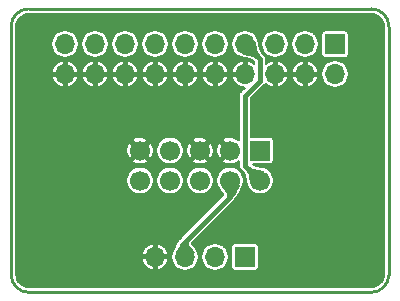
<source format=gbr>
G04 #@! TF.GenerationSoftware,KiCad,Pcbnew,(5.1.8)-1*
G04 #@! TF.CreationDate,2021-03-23T12:11:17-05:00*
G04 #@! TF.ProjectId,STLINK_Adapter,53544c49-4e4b-45f4-9164-61707465722e,rev?*
G04 #@! TF.SameCoordinates,Original*
G04 #@! TF.FileFunction,Copper,L2,Bot*
G04 #@! TF.FilePolarity,Positive*
%FSLAX46Y46*%
G04 Gerber Fmt 4.6, Leading zero omitted, Abs format (unit mm)*
G04 Created by KiCad (PCBNEW (5.1.8)-1) date 2021-03-23 12:11:17*
%MOMM*%
%LPD*%
G01*
G04 APERTURE LIST*
G04 #@! TA.AperFunction,Profile*
%ADD10C,0.254000*%
G04 #@! TD*
G04 #@! TA.AperFunction,ComponentPad*
%ADD11O,1.700000X1.700000*%
G04 #@! TD*
G04 #@! TA.AperFunction,ComponentPad*
%ADD12R,1.700000X1.700000*%
G04 #@! TD*
G04 #@! TA.AperFunction,ComponentPad*
%ADD13C,1.700000*%
G04 #@! TD*
G04 #@! TA.AperFunction,ViaPad*
%ADD14C,0.800000*%
G04 #@! TD*
G04 #@! TA.AperFunction,Conductor*
%ADD15C,0.381000*%
G04 #@! TD*
G04 #@! TA.AperFunction,Conductor*
%ADD16C,0.127000*%
G04 #@! TD*
G04 #@! TA.AperFunction,Conductor*
%ADD17C,0.150000*%
G04 #@! TD*
G04 #@! TA.AperFunction,Conductor*
%ADD18C,0.025400*%
G04 #@! TD*
G04 APERTURE END LIST*
D10*
X114500000Y-90000000D02*
G75*
G02*
X116000000Y-91500000I0J-1500000D01*
G01*
X116000000Y-112500000D02*
G75*
G02*
X114500000Y-114000000I-1500000J0D01*
G01*
X85500000Y-114000000D02*
G75*
G02*
X84000000Y-112500000I0J1500000D01*
G01*
X85500000Y-114000000D02*
X114500000Y-114000000D01*
X116000000Y-91500000D02*
X116000000Y-112500000D01*
X84000000Y-91500000D02*
X84000000Y-112500000D01*
X84000000Y-91500000D02*
G75*
G02*
X85500000Y-90000000I1500000J0D01*
G01*
X85500000Y-90000000D02*
X114500000Y-90000000D01*
D11*
X96190000Y-111000000D03*
X98730000Y-111000000D03*
X101270000Y-111000000D03*
D12*
X103810000Y-111000000D03*
D13*
X94920000Y-104540000D03*
X94920000Y-102000000D03*
X97460000Y-104540000D03*
X97460000Y-102000000D03*
X100000000Y-104540000D03*
X100000000Y-102000000D03*
X102540000Y-104540000D03*
X102540000Y-102000000D03*
X105080000Y-104540000D03*
D12*
X105080000Y-102000000D03*
D11*
X88570000Y-95520000D03*
X88570000Y-92980000D03*
X91110000Y-95520000D03*
X91110000Y-92980000D03*
X93650000Y-95520000D03*
X93650000Y-92980000D03*
X96190000Y-95520000D03*
X96190000Y-92980000D03*
X98730000Y-95520000D03*
X98730000Y-92980000D03*
X101270000Y-95520000D03*
X101270000Y-92980000D03*
X103810000Y-95520000D03*
X103810000Y-92980000D03*
X106350000Y-95520000D03*
X106350000Y-92980000D03*
X108890000Y-95520000D03*
X108890000Y-92980000D03*
X111430000Y-95520000D03*
D12*
X111430000Y-92980000D03*
D14*
X85820000Y-92103572D03*
X85820000Y-99103572D03*
X85820000Y-106103572D03*
X86820000Y-112103572D03*
X89820000Y-102103572D03*
X90820000Y-108103572D03*
X91820000Y-91103572D03*
X92820000Y-98103572D03*
X93820000Y-112103572D03*
X96820000Y-107103572D03*
X97820000Y-100103572D03*
X98820000Y-91103572D03*
X105820000Y-91103572D03*
X105820000Y-98103572D03*
X105820000Y-110103572D03*
X107820000Y-103103572D03*
X110820000Y-107103572D03*
X111820000Y-99103572D03*
X112820000Y-91103572D03*
X112820000Y-112103572D03*
X114820000Y-103103572D03*
X102616000Y-100076000D03*
D15*
X103809800Y-103269800D02*
X105080000Y-104540000D01*
X103809800Y-97358200D02*
X103809800Y-103269800D01*
X105079800Y-96088200D02*
X103809800Y-97358200D01*
X105079800Y-94249800D02*
X105079800Y-96088200D01*
X103810000Y-92980000D02*
X105079800Y-94249800D01*
X102540000Y-105892400D02*
X102540000Y-104540000D01*
X98730000Y-109702400D02*
X102540000Y-105892400D01*
X98730000Y-111000000D02*
X98730000Y-109702400D01*
D16*
X114705383Y-90462750D02*
X114902941Y-90522397D01*
X115085147Y-90619278D01*
X115245072Y-90749709D01*
X115376613Y-90908716D01*
X115474768Y-91090248D01*
X115535791Y-91287381D01*
X115559500Y-91512965D01*
X115559501Y-112478443D01*
X115537250Y-112705383D01*
X115477604Y-112902939D01*
X115380722Y-113085147D01*
X115250291Y-113245072D01*
X115091284Y-113376613D01*
X114909753Y-113474767D01*
X114712619Y-113535791D01*
X114487035Y-113559500D01*
X85521547Y-113559500D01*
X85294617Y-113537250D01*
X85097061Y-113477604D01*
X84914853Y-113380722D01*
X84754928Y-113250291D01*
X84623387Y-113091284D01*
X84525233Y-112909753D01*
X84464209Y-112712619D01*
X84440500Y-112487035D01*
X84440500Y-111306361D01*
X95067552Y-111306361D01*
X95148888Y-111519453D01*
X95270233Y-111712583D01*
X95426924Y-111878329D01*
X95612940Y-112010321D01*
X95821132Y-112103487D01*
X95883640Y-112122442D01*
X96063000Y-112077668D01*
X96063000Y-111127000D01*
X96317000Y-111127000D01*
X96317000Y-112077668D01*
X96496360Y-112122442D01*
X96558868Y-112103487D01*
X96767060Y-112010321D01*
X96953076Y-111878329D01*
X97109767Y-111712583D01*
X97231112Y-111519453D01*
X97312448Y-111306361D01*
X97268179Y-111127000D01*
X96317000Y-111127000D01*
X96063000Y-111127000D01*
X95111821Y-111127000D01*
X95067552Y-111306361D01*
X84440500Y-111306361D01*
X84440500Y-110885405D01*
X97566500Y-110885405D01*
X97566500Y-111114595D01*
X97611212Y-111339381D01*
X97698919Y-111551124D01*
X97826250Y-111741688D01*
X97988312Y-111903750D01*
X98178876Y-112031081D01*
X98390619Y-112118788D01*
X98615405Y-112163500D01*
X98844595Y-112163500D01*
X99069381Y-112118788D01*
X99281124Y-112031081D01*
X99471688Y-111903750D01*
X99633750Y-111741688D01*
X99761081Y-111551124D01*
X99848788Y-111339381D01*
X99893500Y-111114595D01*
X99893500Y-110885405D01*
X100106500Y-110885405D01*
X100106500Y-111114595D01*
X100151212Y-111339381D01*
X100238919Y-111551124D01*
X100366250Y-111741688D01*
X100528312Y-111903750D01*
X100718876Y-112031081D01*
X100930619Y-112118788D01*
X101155405Y-112163500D01*
X101384595Y-112163500D01*
X101609381Y-112118788D01*
X101821124Y-112031081D01*
X102011688Y-111903750D01*
X102173750Y-111741688D01*
X102301081Y-111551124D01*
X102388788Y-111339381D01*
X102433500Y-111114595D01*
X102433500Y-110885405D01*
X102388788Y-110660619D01*
X102301081Y-110448876D01*
X102173750Y-110258312D01*
X102065438Y-110150000D01*
X102644984Y-110150000D01*
X102644984Y-111850000D01*
X102651037Y-111911457D01*
X102668963Y-111970551D01*
X102698074Y-112025014D01*
X102737250Y-112072750D01*
X102784986Y-112111926D01*
X102839449Y-112141037D01*
X102898543Y-112158963D01*
X102960000Y-112165016D01*
X104660000Y-112165016D01*
X104721457Y-112158963D01*
X104780551Y-112141037D01*
X104835014Y-112111926D01*
X104882750Y-112072750D01*
X104921926Y-112025014D01*
X104951037Y-111970551D01*
X104968963Y-111911457D01*
X104975016Y-111850000D01*
X104975016Y-110150000D01*
X104968963Y-110088543D01*
X104951037Y-110029449D01*
X104921926Y-109974986D01*
X104882750Y-109927250D01*
X104835014Y-109888074D01*
X104780551Y-109858963D01*
X104721457Y-109841037D01*
X104660000Y-109834984D01*
X102960000Y-109834984D01*
X102898543Y-109841037D01*
X102839449Y-109858963D01*
X102784986Y-109888074D01*
X102737250Y-109927250D01*
X102698074Y-109974986D01*
X102668963Y-110029449D01*
X102651037Y-110088543D01*
X102644984Y-110150000D01*
X102065438Y-110150000D01*
X102011688Y-110096250D01*
X101821124Y-109968919D01*
X101609381Y-109881212D01*
X101384595Y-109836500D01*
X101155405Y-109836500D01*
X100930619Y-109881212D01*
X100718876Y-109968919D01*
X100528312Y-110096250D01*
X100366250Y-110258312D01*
X100238919Y-110448876D01*
X100151212Y-110660619D01*
X100106500Y-110885405D01*
X99893500Y-110885405D01*
X99848788Y-110660619D01*
X99761081Y-110448876D01*
X99704135Y-110363651D01*
X99694503Y-110346802D01*
X99676680Y-110319111D01*
X99645003Y-110275153D01*
X99633750Y-110258312D01*
X99630589Y-110255151D01*
X99592532Y-110202340D01*
X99581681Y-110188153D01*
X99493526Y-110079454D01*
X99492090Y-110077696D01*
X99412403Y-109980881D01*
X99355057Y-109903622D01*
X99326821Y-109853559D01*
X99323231Y-109841460D01*
X99327960Y-109830130D01*
X99382617Y-109762546D01*
X102878873Y-106266290D01*
X102898106Y-106250506D01*
X102961088Y-106173762D01*
X102981398Y-106135765D01*
X103056223Y-106043351D01*
X103067902Y-106027983D01*
X103151452Y-105910712D01*
X103162844Y-105893556D01*
X103233108Y-105779805D01*
X103242364Y-105763781D01*
X103304673Y-105648162D01*
X103310690Y-105636411D01*
X103370376Y-105513536D01*
X103373154Y-105507663D01*
X103435546Y-105372142D01*
X103435734Y-105371734D01*
X103505368Y-105219910D01*
X103554832Y-105115443D01*
X103571081Y-105091124D01*
X103658788Y-104879381D01*
X103703500Y-104654595D01*
X103703500Y-104425405D01*
X103658788Y-104200619D01*
X103571081Y-103988876D01*
X103443750Y-103798312D01*
X103281688Y-103636250D01*
X103091124Y-103508919D01*
X102879381Y-103421212D01*
X102654595Y-103376500D01*
X102425405Y-103376500D01*
X102200619Y-103421212D01*
X101988876Y-103508919D01*
X101798312Y-103636250D01*
X101636250Y-103798312D01*
X101508919Y-103988876D01*
X101421212Y-104200619D01*
X101376500Y-104425405D01*
X101376500Y-104654595D01*
X101421212Y-104879381D01*
X101508919Y-105091124D01*
X101572287Y-105185960D01*
X101579031Y-105197599D01*
X101598845Y-105227667D01*
X101611583Y-105244771D01*
X101636250Y-105281688D01*
X101647320Y-105292758D01*
X101687349Y-105346508D01*
X101699942Y-105362326D01*
X101793641Y-105472532D01*
X101796399Y-105475732D01*
X101882682Y-105574487D01*
X101946585Y-105654546D01*
X101979259Y-105707416D01*
X101983200Y-105718939D01*
X101980459Y-105725804D01*
X101925784Y-105793853D01*
X98391123Y-109328514D01*
X98371895Y-109344294D01*
X98356115Y-109363522D01*
X98308913Y-109421038D01*
X98291873Y-109452918D01*
X98248840Y-109503112D01*
X98238747Y-109515511D01*
X98150103Y-109630264D01*
X98139248Y-109645206D01*
X98063542Y-109756148D01*
X98053693Y-109771525D01*
X97985980Y-109884345D01*
X97978601Y-109897332D01*
X97913939Y-110017717D01*
X97909496Y-110026302D01*
X97842940Y-110159941D01*
X97841047Y-110163809D01*
X97767655Y-110316391D01*
X97767613Y-110316478D01*
X97716948Y-110421894D01*
X97698919Y-110448876D01*
X97611212Y-110660619D01*
X97566500Y-110885405D01*
X84440500Y-110885405D01*
X84440500Y-110693639D01*
X95067552Y-110693639D01*
X95111821Y-110873000D01*
X96063000Y-110873000D01*
X96063000Y-109922332D01*
X96317000Y-109922332D01*
X96317000Y-110873000D01*
X97268179Y-110873000D01*
X97312448Y-110693639D01*
X97231112Y-110480547D01*
X97109767Y-110287417D01*
X96953076Y-110121671D01*
X96767060Y-109989679D01*
X96558868Y-109896513D01*
X96496360Y-109877558D01*
X96317000Y-109922332D01*
X96063000Y-109922332D01*
X95883640Y-109877558D01*
X95821132Y-109896513D01*
X95612940Y-109989679D01*
X95426924Y-110121671D01*
X95270233Y-110287417D01*
X95148888Y-110480547D01*
X95067552Y-110693639D01*
X84440500Y-110693639D01*
X84440500Y-104425405D01*
X93756500Y-104425405D01*
X93756500Y-104654595D01*
X93801212Y-104879381D01*
X93888919Y-105091124D01*
X94016250Y-105281688D01*
X94178312Y-105443750D01*
X94368876Y-105571081D01*
X94580619Y-105658788D01*
X94805405Y-105703500D01*
X95034595Y-105703500D01*
X95259381Y-105658788D01*
X95471124Y-105571081D01*
X95661688Y-105443750D01*
X95823750Y-105281688D01*
X95951081Y-105091124D01*
X96038788Y-104879381D01*
X96083500Y-104654595D01*
X96083500Y-104425405D01*
X96296500Y-104425405D01*
X96296500Y-104654595D01*
X96341212Y-104879381D01*
X96428919Y-105091124D01*
X96556250Y-105281688D01*
X96718312Y-105443750D01*
X96908876Y-105571081D01*
X97120619Y-105658788D01*
X97345405Y-105703500D01*
X97574595Y-105703500D01*
X97799381Y-105658788D01*
X98011124Y-105571081D01*
X98201688Y-105443750D01*
X98363750Y-105281688D01*
X98491081Y-105091124D01*
X98578788Y-104879381D01*
X98623500Y-104654595D01*
X98623500Y-104425405D01*
X98836500Y-104425405D01*
X98836500Y-104654595D01*
X98881212Y-104879381D01*
X98968919Y-105091124D01*
X99096250Y-105281688D01*
X99258312Y-105443750D01*
X99448876Y-105571081D01*
X99660619Y-105658788D01*
X99885405Y-105703500D01*
X100114595Y-105703500D01*
X100339381Y-105658788D01*
X100551124Y-105571081D01*
X100741688Y-105443750D01*
X100903750Y-105281688D01*
X101031081Y-105091124D01*
X101118788Y-104879381D01*
X101163500Y-104654595D01*
X101163500Y-104425405D01*
X101118788Y-104200619D01*
X101031081Y-103988876D01*
X100903750Y-103798312D01*
X100741688Y-103636250D01*
X100551124Y-103508919D01*
X100339381Y-103421212D01*
X100114595Y-103376500D01*
X99885405Y-103376500D01*
X99660619Y-103421212D01*
X99448876Y-103508919D01*
X99258312Y-103636250D01*
X99096250Y-103798312D01*
X98968919Y-103988876D01*
X98881212Y-104200619D01*
X98836500Y-104425405D01*
X98623500Y-104425405D01*
X98578788Y-104200619D01*
X98491081Y-103988876D01*
X98363750Y-103798312D01*
X98201688Y-103636250D01*
X98011124Y-103508919D01*
X97799381Y-103421212D01*
X97574595Y-103376500D01*
X97345405Y-103376500D01*
X97120619Y-103421212D01*
X96908876Y-103508919D01*
X96718312Y-103636250D01*
X96556250Y-103798312D01*
X96428919Y-103988876D01*
X96341212Y-104200619D01*
X96296500Y-104425405D01*
X96083500Y-104425405D01*
X96038788Y-104200619D01*
X95951081Y-103988876D01*
X95823750Y-103798312D01*
X95661688Y-103636250D01*
X95471124Y-103508919D01*
X95259381Y-103421212D01*
X95034595Y-103376500D01*
X94805405Y-103376500D01*
X94580619Y-103421212D01*
X94368876Y-103508919D01*
X94178312Y-103636250D01*
X94016250Y-103798312D01*
X93888919Y-103988876D01*
X93801212Y-104200619D01*
X93756500Y-104425405D01*
X84440500Y-104425405D01*
X84440500Y-102855837D01*
X94243768Y-102855837D01*
X94339614Y-103014898D01*
X94548763Y-103108624D01*
X94772178Y-103159747D01*
X95001273Y-103166302D01*
X95227246Y-103128036D01*
X95441412Y-103046420D01*
X95500386Y-103014898D01*
X95596232Y-102855837D01*
X94920000Y-102179605D01*
X94243768Y-102855837D01*
X84440500Y-102855837D01*
X84440500Y-102081273D01*
X93753698Y-102081273D01*
X93791964Y-102307246D01*
X93873580Y-102521412D01*
X93905102Y-102580386D01*
X94064163Y-102676232D01*
X94740395Y-102000000D01*
X95099605Y-102000000D01*
X95775837Y-102676232D01*
X95934898Y-102580386D01*
X96028624Y-102371237D01*
X96079747Y-102147822D01*
X96086302Y-101918727D01*
X96080660Y-101885405D01*
X96296500Y-101885405D01*
X96296500Y-102114595D01*
X96341212Y-102339381D01*
X96428919Y-102551124D01*
X96556250Y-102741688D01*
X96718312Y-102903750D01*
X96908876Y-103031081D01*
X97120619Y-103118788D01*
X97345405Y-103163500D01*
X97574595Y-103163500D01*
X97799381Y-103118788D01*
X98011124Y-103031081D01*
X98201688Y-102903750D01*
X98249601Y-102855837D01*
X99323768Y-102855837D01*
X99419614Y-103014898D01*
X99628763Y-103108624D01*
X99852178Y-103159747D01*
X100081273Y-103166302D01*
X100307246Y-103128036D01*
X100521412Y-103046420D01*
X100580386Y-103014898D01*
X100676232Y-102855837D01*
X100000000Y-102179605D01*
X99323768Y-102855837D01*
X98249601Y-102855837D01*
X98363750Y-102741688D01*
X98491081Y-102551124D01*
X98578788Y-102339381D01*
X98623500Y-102114595D01*
X98623500Y-102081273D01*
X98833698Y-102081273D01*
X98871964Y-102307246D01*
X98953580Y-102521412D01*
X98985102Y-102580386D01*
X99144163Y-102676232D01*
X99820395Y-102000000D01*
X100179605Y-102000000D01*
X100855837Y-102676232D01*
X101014898Y-102580386D01*
X101108624Y-102371237D01*
X101159747Y-102147822D01*
X101161651Y-102081273D01*
X101373698Y-102081273D01*
X101411964Y-102307246D01*
X101493580Y-102521412D01*
X101525102Y-102580386D01*
X101684163Y-102676232D01*
X102360395Y-102000000D01*
X101684163Y-101323768D01*
X101525102Y-101419614D01*
X101431376Y-101628763D01*
X101380253Y-101852178D01*
X101373698Y-102081273D01*
X101161651Y-102081273D01*
X101166302Y-101918727D01*
X101128036Y-101692754D01*
X101046420Y-101478588D01*
X101014898Y-101419614D01*
X100855837Y-101323768D01*
X100179605Y-102000000D01*
X99820395Y-102000000D01*
X99144163Y-101323768D01*
X98985102Y-101419614D01*
X98891376Y-101628763D01*
X98840253Y-101852178D01*
X98833698Y-102081273D01*
X98623500Y-102081273D01*
X98623500Y-101885405D01*
X98578788Y-101660619D01*
X98491081Y-101448876D01*
X98363750Y-101258312D01*
X98249601Y-101144163D01*
X99323768Y-101144163D01*
X100000000Y-101820395D01*
X100676232Y-101144163D01*
X101863768Y-101144163D01*
X102540000Y-101820395D01*
X102554143Y-101806253D01*
X102733748Y-101985858D01*
X102719605Y-102000000D01*
X102733748Y-102014143D01*
X102554143Y-102193748D01*
X102540000Y-102179605D01*
X101863768Y-102855837D01*
X101959614Y-103014898D01*
X102168763Y-103108624D01*
X102392178Y-103159747D01*
X102621273Y-103166302D01*
X102847246Y-103128036D01*
X103061412Y-103046420D01*
X103120386Y-103014898D01*
X103216231Y-102855839D01*
X103276678Y-102916286D01*
X103305801Y-102887163D01*
X103305801Y-103245036D01*
X103303362Y-103269800D01*
X103313093Y-103368601D01*
X103329053Y-103421212D01*
X103341913Y-103463605D01*
X103388713Y-103551162D01*
X103451695Y-103627906D01*
X103470923Y-103643686D01*
X103523696Y-103696459D01*
X103640522Y-103824117D01*
X103716359Y-103927220D01*
X103765400Y-104015468D01*
X103797809Y-104098015D01*
X103821133Y-104186377D01*
X103840129Y-104290285D01*
X103858871Y-104412308D01*
X103859751Y-104417726D01*
X103883157Y-104554153D01*
X103886353Y-104570243D01*
X103920286Y-104720406D01*
X103926148Y-104742548D01*
X103948816Y-104817060D01*
X103961212Y-104879381D01*
X104048919Y-105091124D01*
X104176250Y-105281688D01*
X104338312Y-105443750D01*
X104528876Y-105571081D01*
X104740619Y-105658788D01*
X104965405Y-105703500D01*
X105194595Y-105703500D01*
X105419381Y-105658788D01*
X105631124Y-105571081D01*
X105821688Y-105443750D01*
X105983750Y-105281688D01*
X106111081Y-105091124D01*
X106198788Y-104879381D01*
X106243500Y-104654595D01*
X106243500Y-104425405D01*
X106198788Y-104200619D01*
X106111081Y-103988876D01*
X105983750Y-103798312D01*
X105821688Y-103636250D01*
X105631124Y-103508919D01*
X105419381Y-103421212D01*
X105357060Y-103408816D01*
X105282548Y-103386148D01*
X105260406Y-103380286D01*
X105110243Y-103346353D01*
X105094153Y-103343157D01*
X104957726Y-103319751D01*
X104952308Y-103318871D01*
X104830285Y-103300129D01*
X104726377Y-103281133D01*
X104638015Y-103257809D01*
X104555468Y-103225400D01*
X104467220Y-103176359D01*
X104451799Y-103165016D01*
X105930000Y-103165016D01*
X105991457Y-103158963D01*
X106050551Y-103141037D01*
X106105014Y-103111926D01*
X106152750Y-103072750D01*
X106191926Y-103025014D01*
X106221037Y-102970551D01*
X106238963Y-102911457D01*
X106245016Y-102850000D01*
X106245016Y-101150000D01*
X106238963Y-101088543D01*
X106221037Y-101029449D01*
X106191926Y-100974986D01*
X106152750Y-100927250D01*
X106105014Y-100888074D01*
X106050551Y-100858963D01*
X105991457Y-100841037D01*
X105930000Y-100834984D01*
X104313800Y-100834984D01*
X104313800Y-97566963D01*
X105418678Y-96462086D01*
X105437906Y-96446306D01*
X105500888Y-96369562D01*
X105522140Y-96329802D01*
X105586924Y-96398329D01*
X105772940Y-96530321D01*
X105981132Y-96623487D01*
X106043640Y-96642442D01*
X106223000Y-96597668D01*
X106223000Y-95647000D01*
X106477000Y-95647000D01*
X106477000Y-96597668D01*
X106656360Y-96642442D01*
X106718868Y-96623487D01*
X106927060Y-96530321D01*
X107113076Y-96398329D01*
X107269767Y-96232583D01*
X107391112Y-96039453D01*
X107472448Y-95826361D01*
X107767552Y-95826361D01*
X107848888Y-96039453D01*
X107970233Y-96232583D01*
X108126924Y-96398329D01*
X108312940Y-96530321D01*
X108521132Y-96623487D01*
X108583640Y-96642442D01*
X108763000Y-96597668D01*
X108763000Y-95647000D01*
X109017000Y-95647000D01*
X109017000Y-96597668D01*
X109196360Y-96642442D01*
X109258868Y-96623487D01*
X109467060Y-96530321D01*
X109653076Y-96398329D01*
X109809767Y-96232583D01*
X109931112Y-96039453D01*
X110012448Y-95826361D01*
X109968179Y-95647000D01*
X109017000Y-95647000D01*
X108763000Y-95647000D01*
X107811821Y-95647000D01*
X107767552Y-95826361D01*
X107472448Y-95826361D01*
X107428179Y-95647000D01*
X106477000Y-95647000D01*
X106223000Y-95647000D01*
X106203000Y-95647000D01*
X106203000Y-95405405D01*
X110266500Y-95405405D01*
X110266500Y-95634595D01*
X110311212Y-95859381D01*
X110398919Y-96071124D01*
X110526250Y-96261688D01*
X110688312Y-96423750D01*
X110878876Y-96551081D01*
X111090619Y-96638788D01*
X111315405Y-96683500D01*
X111544595Y-96683500D01*
X111769381Y-96638788D01*
X111981124Y-96551081D01*
X112171688Y-96423750D01*
X112333750Y-96261688D01*
X112461081Y-96071124D01*
X112548788Y-95859381D01*
X112593500Y-95634595D01*
X112593500Y-95405405D01*
X112548788Y-95180619D01*
X112461081Y-94968876D01*
X112333750Y-94778312D01*
X112171688Y-94616250D01*
X111981124Y-94488919D01*
X111769381Y-94401212D01*
X111544595Y-94356500D01*
X111315405Y-94356500D01*
X111090619Y-94401212D01*
X110878876Y-94488919D01*
X110688312Y-94616250D01*
X110526250Y-94778312D01*
X110398919Y-94968876D01*
X110311212Y-95180619D01*
X110266500Y-95405405D01*
X106203000Y-95405405D01*
X106203000Y-95393000D01*
X106223000Y-95393000D01*
X106223000Y-94442332D01*
X106477000Y-94442332D01*
X106477000Y-95393000D01*
X107428179Y-95393000D01*
X107472448Y-95213639D01*
X107767552Y-95213639D01*
X107811821Y-95393000D01*
X108763000Y-95393000D01*
X108763000Y-94442332D01*
X109017000Y-94442332D01*
X109017000Y-95393000D01*
X109968179Y-95393000D01*
X110012448Y-95213639D01*
X109931112Y-95000547D01*
X109809767Y-94807417D01*
X109653076Y-94641671D01*
X109467060Y-94509679D01*
X109258868Y-94416513D01*
X109196360Y-94397558D01*
X109017000Y-94442332D01*
X108763000Y-94442332D01*
X108583640Y-94397558D01*
X108521132Y-94416513D01*
X108312940Y-94509679D01*
X108126924Y-94641671D01*
X107970233Y-94807417D01*
X107848888Y-95000547D01*
X107767552Y-95213639D01*
X107472448Y-95213639D01*
X107391112Y-95000547D01*
X107269767Y-94807417D01*
X107113076Y-94641671D01*
X106927060Y-94509679D01*
X106718868Y-94416513D01*
X106656360Y-94397558D01*
X106477000Y-94442332D01*
X106223000Y-94442332D01*
X106043640Y-94397558D01*
X105981132Y-94416513D01*
X105772940Y-94509679D01*
X105586924Y-94641671D01*
X105583800Y-94644976D01*
X105583800Y-94274550D01*
X105586238Y-94249799D01*
X105581444Y-94201128D01*
X105576507Y-94150999D01*
X105547688Y-94055995D01*
X105500888Y-93968438D01*
X105437906Y-93891694D01*
X105418678Y-93875914D01*
X105366295Y-93823531D01*
X105249477Y-93695882D01*
X105173640Y-93592779D01*
X105124599Y-93504531D01*
X105092190Y-93421984D01*
X105068866Y-93333622D01*
X105049870Y-93229714D01*
X105031128Y-93107691D01*
X105030248Y-93102273D01*
X105006842Y-92965846D01*
X105003646Y-92949756D01*
X104984585Y-92865405D01*
X105186500Y-92865405D01*
X105186500Y-93094595D01*
X105231212Y-93319381D01*
X105318919Y-93531124D01*
X105446250Y-93721688D01*
X105608312Y-93883750D01*
X105798876Y-94011081D01*
X106010619Y-94098788D01*
X106235405Y-94143500D01*
X106464595Y-94143500D01*
X106689381Y-94098788D01*
X106901124Y-94011081D01*
X107091688Y-93883750D01*
X107253750Y-93721688D01*
X107381081Y-93531124D01*
X107468788Y-93319381D01*
X107513500Y-93094595D01*
X107513500Y-92865405D01*
X107726500Y-92865405D01*
X107726500Y-93094595D01*
X107771212Y-93319381D01*
X107858919Y-93531124D01*
X107986250Y-93721688D01*
X108148312Y-93883750D01*
X108338876Y-94011081D01*
X108550619Y-94098788D01*
X108775405Y-94143500D01*
X109004595Y-94143500D01*
X109229381Y-94098788D01*
X109441124Y-94011081D01*
X109631688Y-93883750D01*
X109793750Y-93721688D01*
X109921081Y-93531124D01*
X110008788Y-93319381D01*
X110053500Y-93094595D01*
X110053500Y-92865405D01*
X110008788Y-92640619D01*
X109921081Y-92428876D01*
X109793750Y-92238312D01*
X109685438Y-92130000D01*
X110264984Y-92130000D01*
X110264984Y-93830000D01*
X110271037Y-93891457D01*
X110288963Y-93950551D01*
X110318074Y-94005014D01*
X110357250Y-94052750D01*
X110404986Y-94091926D01*
X110459449Y-94121037D01*
X110518543Y-94138963D01*
X110580000Y-94145016D01*
X112280000Y-94145016D01*
X112341457Y-94138963D01*
X112400551Y-94121037D01*
X112455014Y-94091926D01*
X112502750Y-94052750D01*
X112541926Y-94005014D01*
X112571037Y-93950551D01*
X112588963Y-93891457D01*
X112595016Y-93830000D01*
X112595016Y-92130000D01*
X112588963Y-92068543D01*
X112571037Y-92009449D01*
X112541926Y-91954986D01*
X112502750Y-91907250D01*
X112455014Y-91868074D01*
X112400551Y-91838963D01*
X112341457Y-91821037D01*
X112280000Y-91814984D01*
X110580000Y-91814984D01*
X110518543Y-91821037D01*
X110459449Y-91838963D01*
X110404986Y-91868074D01*
X110357250Y-91907250D01*
X110318074Y-91954986D01*
X110288963Y-92009449D01*
X110271037Y-92068543D01*
X110264984Y-92130000D01*
X109685438Y-92130000D01*
X109631688Y-92076250D01*
X109441124Y-91948919D01*
X109229381Y-91861212D01*
X109004595Y-91816500D01*
X108775405Y-91816500D01*
X108550619Y-91861212D01*
X108338876Y-91948919D01*
X108148312Y-92076250D01*
X107986250Y-92238312D01*
X107858919Y-92428876D01*
X107771212Y-92640619D01*
X107726500Y-92865405D01*
X107513500Y-92865405D01*
X107468788Y-92640619D01*
X107381081Y-92428876D01*
X107253750Y-92238312D01*
X107091688Y-92076250D01*
X106901124Y-91948919D01*
X106689381Y-91861212D01*
X106464595Y-91816500D01*
X106235405Y-91816500D01*
X106010619Y-91861212D01*
X105798876Y-91948919D01*
X105608312Y-92076250D01*
X105446250Y-92238312D01*
X105318919Y-92428876D01*
X105231212Y-92640619D01*
X105186500Y-92865405D01*
X104984585Y-92865405D01*
X104969713Y-92799593D01*
X104963852Y-92777452D01*
X104941184Y-92702937D01*
X104928788Y-92640619D01*
X104841081Y-92428876D01*
X104713750Y-92238312D01*
X104551688Y-92076250D01*
X104361124Y-91948919D01*
X104149381Y-91861212D01*
X103924595Y-91816500D01*
X103695405Y-91816500D01*
X103470619Y-91861212D01*
X103258876Y-91948919D01*
X103068312Y-92076250D01*
X102906250Y-92238312D01*
X102778919Y-92428876D01*
X102691212Y-92640619D01*
X102646500Y-92865405D01*
X102646500Y-93094595D01*
X102691212Y-93319381D01*
X102778919Y-93531124D01*
X102906250Y-93721688D01*
X103068312Y-93883750D01*
X103258876Y-94011081D01*
X103470619Y-94098788D01*
X103532937Y-94111184D01*
X103607452Y-94133852D01*
X103629593Y-94139713D01*
X103779756Y-94173646D01*
X103795846Y-94176842D01*
X103932273Y-94200248D01*
X103937691Y-94201128D01*
X104059714Y-94219870D01*
X104163622Y-94238866D01*
X104251984Y-94262190D01*
X104334531Y-94294599D01*
X104422779Y-94343640D01*
X104525882Y-94419477D01*
X104575800Y-94465160D01*
X104575800Y-94644553D01*
X104573076Y-94641671D01*
X104387060Y-94509679D01*
X104178868Y-94416513D01*
X104116360Y-94397558D01*
X103937000Y-94442332D01*
X103937000Y-95393000D01*
X103957000Y-95393000D01*
X103957000Y-95647000D01*
X103937000Y-95647000D01*
X103937000Y-95667000D01*
X103683000Y-95667000D01*
X103683000Y-95647000D01*
X102731821Y-95647000D01*
X102687552Y-95826361D01*
X102768888Y-96039453D01*
X102890233Y-96232583D01*
X103046924Y-96398329D01*
X103232940Y-96530321D01*
X103441132Y-96623487D01*
X103503640Y-96642442D01*
X103682998Y-96597668D01*
X103682998Y-96683500D01*
X103771737Y-96683500D01*
X103470927Y-96984310D01*
X103451694Y-97000094D01*
X103388712Y-97076838D01*
X103341912Y-97164396D01*
X103321835Y-97230580D01*
X103313093Y-97259399D01*
X103303362Y-97358200D01*
X103305800Y-97382954D01*
X103305801Y-101112837D01*
X103276678Y-101083714D01*
X103216231Y-101144161D01*
X103120386Y-100985102D01*
X102911237Y-100891376D01*
X102687822Y-100840253D01*
X102458727Y-100833698D01*
X102232754Y-100871964D01*
X102018588Y-100953580D01*
X101959614Y-100985102D01*
X101863768Y-101144163D01*
X100676232Y-101144163D01*
X100580386Y-100985102D01*
X100371237Y-100891376D01*
X100147822Y-100840253D01*
X99918727Y-100833698D01*
X99692754Y-100871964D01*
X99478588Y-100953580D01*
X99419614Y-100985102D01*
X99323768Y-101144163D01*
X98249601Y-101144163D01*
X98201688Y-101096250D01*
X98011124Y-100968919D01*
X97799381Y-100881212D01*
X97574595Y-100836500D01*
X97345405Y-100836500D01*
X97120619Y-100881212D01*
X96908876Y-100968919D01*
X96718312Y-101096250D01*
X96556250Y-101258312D01*
X96428919Y-101448876D01*
X96341212Y-101660619D01*
X96296500Y-101885405D01*
X96080660Y-101885405D01*
X96048036Y-101692754D01*
X95966420Y-101478588D01*
X95934898Y-101419614D01*
X95775837Y-101323768D01*
X95099605Y-102000000D01*
X94740395Y-102000000D01*
X94064163Y-101323768D01*
X93905102Y-101419614D01*
X93811376Y-101628763D01*
X93760253Y-101852178D01*
X93753698Y-102081273D01*
X84440500Y-102081273D01*
X84440500Y-101144163D01*
X94243768Y-101144163D01*
X94920000Y-101820395D01*
X95596232Y-101144163D01*
X95500386Y-100985102D01*
X95291237Y-100891376D01*
X95067822Y-100840253D01*
X94838727Y-100833698D01*
X94612754Y-100871964D01*
X94398588Y-100953580D01*
X94339614Y-100985102D01*
X94243768Y-101144163D01*
X84440500Y-101144163D01*
X84440500Y-95826361D01*
X87447552Y-95826361D01*
X87528888Y-96039453D01*
X87650233Y-96232583D01*
X87806924Y-96398329D01*
X87992940Y-96530321D01*
X88201132Y-96623487D01*
X88263640Y-96642442D01*
X88443000Y-96597668D01*
X88443000Y-95647000D01*
X88697000Y-95647000D01*
X88697000Y-96597668D01*
X88876360Y-96642442D01*
X88938868Y-96623487D01*
X89147060Y-96530321D01*
X89333076Y-96398329D01*
X89489767Y-96232583D01*
X89611112Y-96039453D01*
X89692448Y-95826361D01*
X89987552Y-95826361D01*
X90068888Y-96039453D01*
X90190233Y-96232583D01*
X90346924Y-96398329D01*
X90532940Y-96530321D01*
X90741132Y-96623487D01*
X90803640Y-96642442D01*
X90983000Y-96597668D01*
X90983000Y-95647000D01*
X91237000Y-95647000D01*
X91237000Y-96597668D01*
X91416360Y-96642442D01*
X91478868Y-96623487D01*
X91687060Y-96530321D01*
X91873076Y-96398329D01*
X92029767Y-96232583D01*
X92151112Y-96039453D01*
X92232448Y-95826361D01*
X92527552Y-95826361D01*
X92608888Y-96039453D01*
X92730233Y-96232583D01*
X92886924Y-96398329D01*
X93072940Y-96530321D01*
X93281132Y-96623487D01*
X93343640Y-96642442D01*
X93523000Y-96597668D01*
X93523000Y-95647000D01*
X93777000Y-95647000D01*
X93777000Y-96597668D01*
X93956360Y-96642442D01*
X94018868Y-96623487D01*
X94227060Y-96530321D01*
X94413076Y-96398329D01*
X94569767Y-96232583D01*
X94691112Y-96039453D01*
X94772448Y-95826361D01*
X95067552Y-95826361D01*
X95148888Y-96039453D01*
X95270233Y-96232583D01*
X95426924Y-96398329D01*
X95612940Y-96530321D01*
X95821132Y-96623487D01*
X95883640Y-96642442D01*
X96063000Y-96597668D01*
X96063000Y-95647000D01*
X96317000Y-95647000D01*
X96317000Y-96597668D01*
X96496360Y-96642442D01*
X96558868Y-96623487D01*
X96767060Y-96530321D01*
X96953076Y-96398329D01*
X97109767Y-96232583D01*
X97231112Y-96039453D01*
X97312448Y-95826361D01*
X97607552Y-95826361D01*
X97688888Y-96039453D01*
X97810233Y-96232583D01*
X97966924Y-96398329D01*
X98152940Y-96530321D01*
X98361132Y-96623487D01*
X98423640Y-96642442D01*
X98603000Y-96597668D01*
X98603000Y-95647000D01*
X98857000Y-95647000D01*
X98857000Y-96597668D01*
X99036360Y-96642442D01*
X99098868Y-96623487D01*
X99307060Y-96530321D01*
X99493076Y-96398329D01*
X99649767Y-96232583D01*
X99771112Y-96039453D01*
X99852448Y-95826361D01*
X100147552Y-95826361D01*
X100228888Y-96039453D01*
X100350233Y-96232583D01*
X100506924Y-96398329D01*
X100692940Y-96530321D01*
X100901132Y-96623487D01*
X100963640Y-96642442D01*
X101143000Y-96597668D01*
X101143000Y-95647000D01*
X101397000Y-95647000D01*
X101397000Y-96597668D01*
X101576360Y-96642442D01*
X101638868Y-96623487D01*
X101847060Y-96530321D01*
X102033076Y-96398329D01*
X102189767Y-96232583D01*
X102311112Y-96039453D01*
X102392448Y-95826361D01*
X102348179Y-95647000D01*
X101397000Y-95647000D01*
X101143000Y-95647000D01*
X100191821Y-95647000D01*
X100147552Y-95826361D01*
X99852448Y-95826361D01*
X99808179Y-95647000D01*
X98857000Y-95647000D01*
X98603000Y-95647000D01*
X97651821Y-95647000D01*
X97607552Y-95826361D01*
X97312448Y-95826361D01*
X97268179Y-95647000D01*
X96317000Y-95647000D01*
X96063000Y-95647000D01*
X95111821Y-95647000D01*
X95067552Y-95826361D01*
X94772448Y-95826361D01*
X94728179Y-95647000D01*
X93777000Y-95647000D01*
X93523000Y-95647000D01*
X92571821Y-95647000D01*
X92527552Y-95826361D01*
X92232448Y-95826361D01*
X92188179Y-95647000D01*
X91237000Y-95647000D01*
X90983000Y-95647000D01*
X90031821Y-95647000D01*
X89987552Y-95826361D01*
X89692448Y-95826361D01*
X89648179Y-95647000D01*
X88697000Y-95647000D01*
X88443000Y-95647000D01*
X87491821Y-95647000D01*
X87447552Y-95826361D01*
X84440500Y-95826361D01*
X84440500Y-95213639D01*
X87447552Y-95213639D01*
X87491821Y-95393000D01*
X88443000Y-95393000D01*
X88443000Y-94442332D01*
X88697000Y-94442332D01*
X88697000Y-95393000D01*
X89648179Y-95393000D01*
X89692448Y-95213639D01*
X89987552Y-95213639D01*
X90031821Y-95393000D01*
X90983000Y-95393000D01*
X90983000Y-94442332D01*
X91237000Y-94442332D01*
X91237000Y-95393000D01*
X92188179Y-95393000D01*
X92232448Y-95213639D01*
X92527552Y-95213639D01*
X92571821Y-95393000D01*
X93523000Y-95393000D01*
X93523000Y-94442332D01*
X93777000Y-94442332D01*
X93777000Y-95393000D01*
X94728179Y-95393000D01*
X94772448Y-95213639D01*
X95067552Y-95213639D01*
X95111821Y-95393000D01*
X96063000Y-95393000D01*
X96063000Y-94442332D01*
X96317000Y-94442332D01*
X96317000Y-95393000D01*
X97268179Y-95393000D01*
X97312448Y-95213639D01*
X97607552Y-95213639D01*
X97651821Y-95393000D01*
X98603000Y-95393000D01*
X98603000Y-94442332D01*
X98857000Y-94442332D01*
X98857000Y-95393000D01*
X99808179Y-95393000D01*
X99852448Y-95213639D01*
X100147552Y-95213639D01*
X100191821Y-95393000D01*
X101143000Y-95393000D01*
X101143000Y-94442332D01*
X101397000Y-94442332D01*
X101397000Y-95393000D01*
X102348179Y-95393000D01*
X102392448Y-95213639D01*
X102687552Y-95213639D01*
X102731821Y-95393000D01*
X103683000Y-95393000D01*
X103683000Y-94442332D01*
X103503640Y-94397558D01*
X103441132Y-94416513D01*
X103232940Y-94509679D01*
X103046924Y-94641671D01*
X102890233Y-94807417D01*
X102768888Y-95000547D01*
X102687552Y-95213639D01*
X102392448Y-95213639D01*
X102311112Y-95000547D01*
X102189767Y-94807417D01*
X102033076Y-94641671D01*
X101847060Y-94509679D01*
X101638868Y-94416513D01*
X101576360Y-94397558D01*
X101397000Y-94442332D01*
X101143000Y-94442332D01*
X100963640Y-94397558D01*
X100901132Y-94416513D01*
X100692940Y-94509679D01*
X100506924Y-94641671D01*
X100350233Y-94807417D01*
X100228888Y-95000547D01*
X100147552Y-95213639D01*
X99852448Y-95213639D01*
X99771112Y-95000547D01*
X99649767Y-94807417D01*
X99493076Y-94641671D01*
X99307060Y-94509679D01*
X99098868Y-94416513D01*
X99036360Y-94397558D01*
X98857000Y-94442332D01*
X98603000Y-94442332D01*
X98423640Y-94397558D01*
X98361132Y-94416513D01*
X98152940Y-94509679D01*
X97966924Y-94641671D01*
X97810233Y-94807417D01*
X97688888Y-95000547D01*
X97607552Y-95213639D01*
X97312448Y-95213639D01*
X97231112Y-95000547D01*
X97109767Y-94807417D01*
X96953076Y-94641671D01*
X96767060Y-94509679D01*
X96558868Y-94416513D01*
X96496360Y-94397558D01*
X96317000Y-94442332D01*
X96063000Y-94442332D01*
X95883640Y-94397558D01*
X95821132Y-94416513D01*
X95612940Y-94509679D01*
X95426924Y-94641671D01*
X95270233Y-94807417D01*
X95148888Y-95000547D01*
X95067552Y-95213639D01*
X94772448Y-95213639D01*
X94691112Y-95000547D01*
X94569767Y-94807417D01*
X94413076Y-94641671D01*
X94227060Y-94509679D01*
X94018868Y-94416513D01*
X93956360Y-94397558D01*
X93777000Y-94442332D01*
X93523000Y-94442332D01*
X93343640Y-94397558D01*
X93281132Y-94416513D01*
X93072940Y-94509679D01*
X92886924Y-94641671D01*
X92730233Y-94807417D01*
X92608888Y-95000547D01*
X92527552Y-95213639D01*
X92232448Y-95213639D01*
X92151112Y-95000547D01*
X92029767Y-94807417D01*
X91873076Y-94641671D01*
X91687060Y-94509679D01*
X91478868Y-94416513D01*
X91416360Y-94397558D01*
X91237000Y-94442332D01*
X90983000Y-94442332D01*
X90803640Y-94397558D01*
X90741132Y-94416513D01*
X90532940Y-94509679D01*
X90346924Y-94641671D01*
X90190233Y-94807417D01*
X90068888Y-95000547D01*
X89987552Y-95213639D01*
X89692448Y-95213639D01*
X89611112Y-95000547D01*
X89489767Y-94807417D01*
X89333076Y-94641671D01*
X89147060Y-94509679D01*
X88938868Y-94416513D01*
X88876360Y-94397558D01*
X88697000Y-94442332D01*
X88443000Y-94442332D01*
X88263640Y-94397558D01*
X88201132Y-94416513D01*
X87992940Y-94509679D01*
X87806924Y-94641671D01*
X87650233Y-94807417D01*
X87528888Y-95000547D01*
X87447552Y-95213639D01*
X84440500Y-95213639D01*
X84440500Y-92865405D01*
X87406500Y-92865405D01*
X87406500Y-93094595D01*
X87451212Y-93319381D01*
X87538919Y-93531124D01*
X87666250Y-93721688D01*
X87828312Y-93883750D01*
X88018876Y-94011081D01*
X88230619Y-94098788D01*
X88455405Y-94143500D01*
X88684595Y-94143500D01*
X88909381Y-94098788D01*
X89121124Y-94011081D01*
X89311688Y-93883750D01*
X89473750Y-93721688D01*
X89601081Y-93531124D01*
X89688788Y-93319381D01*
X89733500Y-93094595D01*
X89733500Y-92865405D01*
X89946500Y-92865405D01*
X89946500Y-93094595D01*
X89991212Y-93319381D01*
X90078919Y-93531124D01*
X90206250Y-93721688D01*
X90368312Y-93883750D01*
X90558876Y-94011081D01*
X90770619Y-94098788D01*
X90995405Y-94143500D01*
X91224595Y-94143500D01*
X91449381Y-94098788D01*
X91661124Y-94011081D01*
X91851688Y-93883750D01*
X92013750Y-93721688D01*
X92141081Y-93531124D01*
X92228788Y-93319381D01*
X92273500Y-93094595D01*
X92273500Y-92865405D01*
X92486500Y-92865405D01*
X92486500Y-93094595D01*
X92531212Y-93319381D01*
X92618919Y-93531124D01*
X92746250Y-93721688D01*
X92908312Y-93883750D01*
X93098876Y-94011081D01*
X93310619Y-94098788D01*
X93535405Y-94143500D01*
X93764595Y-94143500D01*
X93989381Y-94098788D01*
X94201124Y-94011081D01*
X94391688Y-93883750D01*
X94553750Y-93721688D01*
X94681081Y-93531124D01*
X94768788Y-93319381D01*
X94813500Y-93094595D01*
X94813500Y-92865405D01*
X95026500Y-92865405D01*
X95026500Y-93094595D01*
X95071212Y-93319381D01*
X95158919Y-93531124D01*
X95286250Y-93721688D01*
X95448312Y-93883750D01*
X95638876Y-94011081D01*
X95850619Y-94098788D01*
X96075405Y-94143500D01*
X96304595Y-94143500D01*
X96529381Y-94098788D01*
X96741124Y-94011081D01*
X96931688Y-93883750D01*
X97093750Y-93721688D01*
X97221081Y-93531124D01*
X97308788Y-93319381D01*
X97353500Y-93094595D01*
X97353500Y-92865405D01*
X97566500Y-92865405D01*
X97566500Y-93094595D01*
X97611212Y-93319381D01*
X97698919Y-93531124D01*
X97826250Y-93721688D01*
X97988312Y-93883750D01*
X98178876Y-94011081D01*
X98390619Y-94098788D01*
X98615405Y-94143500D01*
X98844595Y-94143500D01*
X99069381Y-94098788D01*
X99281124Y-94011081D01*
X99471688Y-93883750D01*
X99633750Y-93721688D01*
X99761081Y-93531124D01*
X99848788Y-93319381D01*
X99893500Y-93094595D01*
X99893500Y-92865405D01*
X100106500Y-92865405D01*
X100106500Y-93094595D01*
X100151212Y-93319381D01*
X100238919Y-93531124D01*
X100366250Y-93721688D01*
X100528312Y-93883750D01*
X100718876Y-94011081D01*
X100930619Y-94098788D01*
X101155405Y-94143500D01*
X101384595Y-94143500D01*
X101609381Y-94098788D01*
X101821124Y-94011081D01*
X102011688Y-93883750D01*
X102173750Y-93721688D01*
X102301081Y-93531124D01*
X102388788Y-93319381D01*
X102433500Y-93094595D01*
X102433500Y-92865405D01*
X102388788Y-92640619D01*
X102301081Y-92428876D01*
X102173750Y-92238312D01*
X102011688Y-92076250D01*
X101821124Y-91948919D01*
X101609381Y-91861212D01*
X101384595Y-91816500D01*
X101155405Y-91816500D01*
X100930619Y-91861212D01*
X100718876Y-91948919D01*
X100528312Y-92076250D01*
X100366250Y-92238312D01*
X100238919Y-92428876D01*
X100151212Y-92640619D01*
X100106500Y-92865405D01*
X99893500Y-92865405D01*
X99848788Y-92640619D01*
X99761081Y-92428876D01*
X99633750Y-92238312D01*
X99471688Y-92076250D01*
X99281124Y-91948919D01*
X99069381Y-91861212D01*
X98844595Y-91816500D01*
X98615405Y-91816500D01*
X98390619Y-91861212D01*
X98178876Y-91948919D01*
X97988312Y-92076250D01*
X97826250Y-92238312D01*
X97698919Y-92428876D01*
X97611212Y-92640619D01*
X97566500Y-92865405D01*
X97353500Y-92865405D01*
X97308788Y-92640619D01*
X97221081Y-92428876D01*
X97093750Y-92238312D01*
X96931688Y-92076250D01*
X96741124Y-91948919D01*
X96529381Y-91861212D01*
X96304595Y-91816500D01*
X96075405Y-91816500D01*
X95850619Y-91861212D01*
X95638876Y-91948919D01*
X95448312Y-92076250D01*
X95286250Y-92238312D01*
X95158919Y-92428876D01*
X95071212Y-92640619D01*
X95026500Y-92865405D01*
X94813500Y-92865405D01*
X94768788Y-92640619D01*
X94681081Y-92428876D01*
X94553750Y-92238312D01*
X94391688Y-92076250D01*
X94201124Y-91948919D01*
X93989381Y-91861212D01*
X93764595Y-91816500D01*
X93535405Y-91816500D01*
X93310619Y-91861212D01*
X93098876Y-91948919D01*
X92908312Y-92076250D01*
X92746250Y-92238312D01*
X92618919Y-92428876D01*
X92531212Y-92640619D01*
X92486500Y-92865405D01*
X92273500Y-92865405D01*
X92228788Y-92640619D01*
X92141081Y-92428876D01*
X92013750Y-92238312D01*
X91851688Y-92076250D01*
X91661124Y-91948919D01*
X91449381Y-91861212D01*
X91224595Y-91816500D01*
X90995405Y-91816500D01*
X90770619Y-91861212D01*
X90558876Y-91948919D01*
X90368312Y-92076250D01*
X90206250Y-92238312D01*
X90078919Y-92428876D01*
X89991212Y-92640619D01*
X89946500Y-92865405D01*
X89733500Y-92865405D01*
X89688788Y-92640619D01*
X89601081Y-92428876D01*
X89473750Y-92238312D01*
X89311688Y-92076250D01*
X89121124Y-91948919D01*
X88909381Y-91861212D01*
X88684595Y-91816500D01*
X88455405Y-91816500D01*
X88230619Y-91861212D01*
X88018876Y-91948919D01*
X87828312Y-92076250D01*
X87666250Y-92238312D01*
X87538919Y-92428876D01*
X87451212Y-92640619D01*
X87406500Y-92865405D01*
X84440500Y-92865405D01*
X84440500Y-91521547D01*
X84462750Y-91294617D01*
X84522397Y-91097059D01*
X84619278Y-90914853D01*
X84749709Y-90754928D01*
X84908716Y-90623387D01*
X85090248Y-90525232D01*
X85287381Y-90464209D01*
X85512965Y-90440500D01*
X114478453Y-90440500D01*
X114705383Y-90462750D01*
G04 #@! TA.AperFunction,Conductor*
D17*
G36*
X114705383Y-90462750D02*
G01*
X114902941Y-90522397D01*
X115085147Y-90619278D01*
X115245072Y-90749709D01*
X115376613Y-90908716D01*
X115474768Y-91090248D01*
X115535791Y-91287381D01*
X115559500Y-91512965D01*
X115559501Y-112478443D01*
X115537250Y-112705383D01*
X115477604Y-112902939D01*
X115380722Y-113085147D01*
X115250291Y-113245072D01*
X115091284Y-113376613D01*
X114909753Y-113474767D01*
X114712619Y-113535791D01*
X114487035Y-113559500D01*
X85521547Y-113559500D01*
X85294617Y-113537250D01*
X85097061Y-113477604D01*
X84914853Y-113380722D01*
X84754928Y-113250291D01*
X84623387Y-113091284D01*
X84525233Y-112909753D01*
X84464209Y-112712619D01*
X84440500Y-112487035D01*
X84440500Y-111306361D01*
X95067552Y-111306361D01*
X95148888Y-111519453D01*
X95270233Y-111712583D01*
X95426924Y-111878329D01*
X95612940Y-112010321D01*
X95821132Y-112103487D01*
X95883640Y-112122442D01*
X96063000Y-112077668D01*
X96063000Y-111127000D01*
X96317000Y-111127000D01*
X96317000Y-112077668D01*
X96496360Y-112122442D01*
X96558868Y-112103487D01*
X96767060Y-112010321D01*
X96953076Y-111878329D01*
X97109767Y-111712583D01*
X97231112Y-111519453D01*
X97312448Y-111306361D01*
X97268179Y-111127000D01*
X96317000Y-111127000D01*
X96063000Y-111127000D01*
X95111821Y-111127000D01*
X95067552Y-111306361D01*
X84440500Y-111306361D01*
X84440500Y-110885405D01*
X97566500Y-110885405D01*
X97566500Y-111114595D01*
X97611212Y-111339381D01*
X97698919Y-111551124D01*
X97826250Y-111741688D01*
X97988312Y-111903750D01*
X98178876Y-112031081D01*
X98390619Y-112118788D01*
X98615405Y-112163500D01*
X98844595Y-112163500D01*
X99069381Y-112118788D01*
X99281124Y-112031081D01*
X99471688Y-111903750D01*
X99633750Y-111741688D01*
X99761081Y-111551124D01*
X99848788Y-111339381D01*
X99893500Y-111114595D01*
X99893500Y-110885405D01*
X100106500Y-110885405D01*
X100106500Y-111114595D01*
X100151212Y-111339381D01*
X100238919Y-111551124D01*
X100366250Y-111741688D01*
X100528312Y-111903750D01*
X100718876Y-112031081D01*
X100930619Y-112118788D01*
X101155405Y-112163500D01*
X101384595Y-112163500D01*
X101609381Y-112118788D01*
X101821124Y-112031081D01*
X102011688Y-111903750D01*
X102173750Y-111741688D01*
X102301081Y-111551124D01*
X102388788Y-111339381D01*
X102433500Y-111114595D01*
X102433500Y-110885405D01*
X102388788Y-110660619D01*
X102301081Y-110448876D01*
X102173750Y-110258312D01*
X102065438Y-110150000D01*
X102644984Y-110150000D01*
X102644984Y-111850000D01*
X102651037Y-111911457D01*
X102668963Y-111970551D01*
X102698074Y-112025014D01*
X102737250Y-112072750D01*
X102784986Y-112111926D01*
X102839449Y-112141037D01*
X102898543Y-112158963D01*
X102960000Y-112165016D01*
X104660000Y-112165016D01*
X104721457Y-112158963D01*
X104780551Y-112141037D01*
X104835014Y-112111926D01*
X104882750Y-112072750D01*
X104921926Y-112025014D01*
X104951037Y-111970551D01*
X104968963Y-111911457D01*
X104975016Y-111850000D01*
X104975016Y-110150000D01*
X104968963Y-110088543D01*
X104951037Y-110029449D01*
X104921926Y-109974986D01*
X104882750Y-109927250D01*
X104835014Y-109888074D01*
X104780551Y-109858963D01*
X104721457Y-109841037D01*
X104660000Y-109834984D01*
X102960000Y-109834984D01*
X102898543Y-109841037D01*
X102839449Y-109858963D01*
X102784986Y-109888074D01*
X102737250Y-109927250D01*
X102698074Y-109974986D01*
X102668963Y-110029449D01*
X102651037Y-110088543D01*
X102644984Y-110150000D01*
X102065438Y-110150000D01*
X102011688Y-110096250D01*
X101821124Y-109968919D01*
X101609381Y-109881212D01*
X101384595Y-109836500D01*
X101155405Y-109836500D01*
X100930619Y-109881212D01*
X100718876Y-109968919D01*
X100528312Y-110096250D01*
X100366250Y-110258312D01*
X100238919Y-110448876D01*
X100151212Y-110660619D01*
X100106500Y-110885405D01*
X99893500Y-110885405D01*
X99848788Y-110660619D01*
X99761081Y-110448876D01*
X99704135Y-110363651D01*
X99694503Y-110346802D01*
X99676680Y-110319111D01*
X99645003Y-110275153D01*
X99633750Y-110258312D01*
X99630589Y-110255151D01*
X99592532Y-110202340D01*
X99581681Y-110188153D01*
X99493526Y-110079454D01*
X99492090Y-110077696D01*
X99412403Y-109980881D01*
X99355057Y-109903622D01*
X99326821Y-109853559D01*
X99323231Y-109841460D01*
X99327960Y-109830130D01*
X99382617Y-109762546D01*
X102878873Y-106266290D01*
X102898106Y-106250506D01*
X102961088Y-106173762D01*
X102981398Y-106135765D01*
X103056223Y-106043351D01*
X103067902Y-106027983D01*
X103151452Y-105910712D01*
X103162844Y-105893556D01*
X103233108Y-105779805D01*
X103242364Y-105763781D01*
X103304673Y-105648162D01*
X103310690Y-105636411D01*
X103370376Y-105513536D01*
X103373154Y-105507663D01*
X103435546Y-105372142D01*
X103435734Y-105371734D01*
X103505368Y-105219910D01*
X103554832Y-105115443D01*
X103571081Y-105091124D01*
X103658788Y-104879381D01*
X103703500Y-104654595D01*
X103703500Y-104425405D01*
X103658788Y-104200619D01*
X103571081Y-103988876D01*
X103443750Y-103798312D01*
X103281688Y-103636250D01*
X103091124Y-103508919D01*
X102879381Y-103421212D01*
X102654595Y-103376500D01*
X102425405Y-103376500D01*
X102200619Y-103421212D01*
X101988876Y-103508919D01*
X101798312Y-103636250D01*
X101636250Y-103798312D01*
X101508919Y-103988876D01*
X101421212Y-104200619D01*
X101376500Y-104425405D01*
X101376500Y-104654595D01*
X101421212Y-104879381D01*
X101508919Y-105091124D01*
X101572287Y-105185960D01*
X101579031Y-105197599D01*
X101598845Y-105227667D01*
X101611583Y-105244771D01*
X101636250Y-105281688D01*
X101647320Y-105292758D01*
X101687349Y-105346508D01*
X101699942Y-105362326D01*
X101793641Y-105472532D01*
X101796399Y-105475732D01*
X101882682Y-105574487D01*
X101946585Y-105654546D01*
X101979259Y-105707416D01*
X101983200Y-105718939D01*
X101980459Y-105725804D01*
X101925784Y-105793853D01*
X98391123Y-109328514D01*
X98371895Y-109344294D01*
X98356115Y-109363522D01*
X98308913Y-109421038D01*
X98291873Y-109452918D01*
X98248840Y-109503112D01*
X98238747Y-109515511D01*
X98150103Y-109630264D01*
X98139248Y-109645206D01*
X98063542Y-109756148D01*
X98053693Y-109771525D01*
X97985980Y-109884345D01*
X97978601Y-109897332D01*
X97913939Y-110017717D01*
X97909496Y-110026302D01*
X97842940Y-110159941D01*
X97841047Y-110163809D01*
X97767655Y-110316391D01*
X97767613Y-110316478D01*
X97716948Y-110421894D01*
X97698919Y-110448876D01*
X97611212Y-110660619D01*
X97566500Y-110885405D01*
X84440500Y-110885405D01*
X84440500Y-110693639D01*
X95067552Y-110693639D01*
X95111821Y-110873000D01*
X96063000Y-110873000D01*
X96063000Y-109922332D01*
X96317000Y-109922332D01*
X96317000Y-110873000D01*
X97268179Y-110873000D01*
X97312448Y-110693639D01*
X97231112Y-110480547D01*
X97109767Y-110287417D01*
X96953076Y-110121671D01*
X96767060Y-109989679D01*
X96558868Y-109896513D01*
X96496360Y-109877558D01*
X96317000Y-109922332D01*
X96063000Y-109922332D01*
X95883640Y-109877558D01*
X95821132Y-109896513D01*
X95612940Y-109989679D01*
X95426924Y-110121671D01*
X95270233Y-110287417D01*
X95148888Y-110480547D01*
X95067552Y-110693639D01*
X84440500Y-110693639D01*
X84440500Y-104425405D01*
X93756500Y-104425405D01*
X93756500Y-104654595D01*
X93801212Y-104879381D01*
X93888919Y-105091124D01*
X94016250Y-105281688D01*
X94178312Y-105443750D01*
X94368876Y-105571081D01*
X94580619Y-105658788D01*
X94805405Y-105703500D01*
X95034595Y-105703500D01*
X95259381Y-105658788D01*
X95471124Y-105571081D01*
X95661688Y-105443750D01*
X95823750Y-105281688D01*
X95951081Y-105091124D01*
X96038788Y-104879381D01*
X96083500Y-104654595D01*
X96083500Y-104425405D01*
X96296500Y-104425405D01*
X96296500Y-104654595D01*
X96341212Y-104879381D01*
X96428919Y-105091124D01*
X96556250Y-105281688D01*
X96718312Y-105443750D01*
X96908876Y-105571081D01*
X97120619Y-105658788D01*
X97345405Y-105703500D01*
X97574595Y-105703500D01*
X97799381Y-105658788D01*
X98011124Y-105571081D01*
X98201688Y-105443750D01*
X98363750Y-105281688D01*
X98491081Y-105091124D01*
X98578788Y-104879381D01*
X98623500Y-104654595D01*
X98623500Y-104425405D01*
X98836500Y-104425405D01*
X98836500Y-104654595D01*
X98881212Y-104879381D01*
X98968919Y-105091124D01*
X99096250Y-105281688D01*
X99258312Y-105443750D01*
X99448876Y-105571081D01*
X99660619Y-105658788D01*
X99885405Y-105703500D01*
X100114595Y-105703500D01*
X100339381Y-105658788D01*
X100551124Y-105571081D01*
X100741688Y-105443750D01*
X100903750Y-105281688D01*
X101031081Y-105091124D01*
X101118788Y-104879381D01*
X101163500Y-104654595D01*
X101163500Y-104425405D01*
X101118788Y-104200619D01*
X101031081Y-103988876D01*
X100903750Y-103798312D01*
X100741688Y-103636250D01*
X100551124Y-103508919D01*
X100339381Y-103421212D01*
X100114595Y-103376500D01*
X99885405Y-103376500D01*
X99660619Y-103421212D01*
X99448876Y-103508919D01*
X99258312Y-103636250D01*
X99096250Y-103798312D01*
X98968919Y-103988876D01*
X98881212Y-104200619D01*
X98836500Y-104425405D01*
X98623500Y-104425405D01*
X98578788Y-104200619D01*
X98491081Y-103988876D01*
X98363750Y-103798312D01*
X98201688Y-103636250D01*
X98011124Y-103508919D01*
X97799381Y-103421212D01*
X97574595Y-103376500D01*
X97345405Y-103376500D01*
X97120619Y-103421212D01*
X96908876Y-103508919D01*
X96718312Y-103636250D01*
X96556250Y-103798312D01*
X96428919Y-103988876D01*
X96341212Y-104200619D01*
X96296500Y-104425405D01*
X96083500Y-104425405D01*
X96038788Y-104200619D01*
X95951081Y-103988876D01*
X95823750Y-103798312D01*
X95661688Y-103636250D01*
X95471124Y-103508919D01*
X95259381Y-103421212D01*
X95034595Y-103376500D01*
X94805405Y-103376500D01*
X94580619Y-103421212D01*
X94368876Y-103508919D01*
X94178312Y-103636250D01*
X94016250Y-103798312D01*
X93888919Y-103988876D01*
X93801212Y-104200619D01*
X93756500Y-104425405D01*
X84440500Y-104425405D01*
X84440500Y-102855837D01*
X94243768Y-102855837D01*
X94339614Y-103014898D01*
X94548763Y-103108624D01*
X94772178Y-103159747D01*
X95001273Y-103166302D01*
X95227246Y-103128036D01*
X95441412Y-103046420D01*
X95500386Y-103014898D01*
X95596232Y-102855837D01*
X94920000Y-102179605D01*
X94243768Y-102855837D01*
X84440500Y-102855837D01*
X84440500Y-102081273D01*
X93753698Y-102081273D01*
X93791964Y-102307246D01*
X93873580Y-102521412D01*
X93905102Y-102580386D01*
X94064163Y-102676232D01*
X94740395Y-102000000D01*
X95099605Y-102000000D01*
X95775837Y-102676232D01*
X95934898Y-102580386D01*
X96028624Y-102371237D01*
X96079747Y-102147822D01*
X96086302Y-101918727D01*
X96080660Y-101885405D01*
X96296500Y-101885405D01*
X96296500Y-102114595D01*
X96341212Y-102339381D01*
X96428919Y-102551124D01*
X96556250Y-102741688D01*
X96718312Y-102903750D01*
X96908876Y-103031081D01*
X97120619Y-103118788D01*
X97345405Y-103163500D01*
X97574595Y-103163500D01*
X97799381Y-103118788D01*
X98011124Y-103031081D01*
X98201688Y-102903750D01*
X98249601Y-102855837D01*
X99323768Y-102855837D01*
X99419614Y-103014898D01*
X99628763Y-103108624D01*
X99852178Y-103159747D01*
X100081273Y-103166302D01*
X100307246Y-103128036D01*
X100521412Y-103046420D01*
X100580386Y-103014898D01*
X100676232Y-102855837D01*
X100000000Y-102179605D01*
X99323768Y-102855837D01*
X98249601Y-102855837D01*
X98363750Y-102741688D01*
X98491081Y-102551124D01*
X98578788Y-102339381D01*
X98623500Y-102114595D01*
X98623500Y-102081273D01*
X98833698Y-102081273D01*
X98871964Y-102307246D01*
X98953580Y-102521412D01*
X98985102Y-102580386D01*
X99144163Y-102676232D01*
X99820395Y-102000000D01*
X100179605Y-102000000D01*
X100855837Y-102676232D01*
X101014898Y-102580386D01*
X101108624Y-102371237D01*
X101159747Y-102147822D01*
X101161651Y-102081273D01*
X101373698Y-102081273D01*
X101411964Y-102307246D01*
X101493580Y-102521412D01*
X101525102Y-102580386D01*
X101684163Y-102676232D01*
X102360395Y-102000000D01*
X101684163Y-101323768D01*
X101525102Y-101419614D01*
X101431376Y-101628763D01*
X101380253Y-101852178D01*
X101373698Y-102081273D01*
X101161651Y-102081273D01*
X101166302Y-101918727D01*
X101128036Y-101692754D01*
X101046420Y-101478588D01*
X101014898Y-101419614D01*
X100855837Y-101323768D01*
X100179605Y-102000000D01*
X99820395Y-102000000D01*
X99144163Y-101323768D01*
X98985102Y-101419614D01*
X98891376Y-101628763D01*
X98840253Y-101852178D01*
X98833698Y-102081273D01*
X98623500Y-102081273D01*
X98623500Y-101885405D01*
X98578788Y-101660619D01*
X98491081Y-101448876D01*
X98363750Y-101258312D01*
X98249601Y-101144163D01*
X99323768Y-101144163D01*
X100000000Y-101820395D01*
X100676232Y-101144163D01*
X101863768Y-101144163D01*
X102540000Y-101820395D01*
X102554143Y-101806253D01*
X102733748Y-101985858D01*
X102719605Y-102000000D01*
X102733748Y-102014143D01*
X102554143Y-102193748D01*
X102540000Y-102179605D01*
X101863768Y-102855837D01*
X101959614Y-103014898D01*
X102168763Y-103108624D01*
X102392178Y-103159747D01*
X102621273Y-103166302D01*
X102847246Y-103128036D01*
X103061412Y-103046420D01*
X103120386Y-103014898D01*
X103216231Y-102855839D01*
X103276678Y-102916286D01*
X103305801Y-102887163D01*
X103305801Y-103245036D01*
X103303362Y-103269800D01*
X103313093Y-103368601D01*
X103329053Y-103421212D01*
X103341913Y-103463605D01*
X103388713Y-103551162D01*
X103451695Y-103627906D01*
X103470923Y-103643686D01*
X103523696Y-103696459D01*
X103640522Y-103824117D01*
X103716359Y-103927220D01*
X103765400Y-104015468D01*
X103797809Y-104098015D01*
X103821133Y-104186377D01*
X103840129Y-104290285D01*
X103858871Y-104412308D01*
X103859751Y-104417726D01*
X103883157Y-104554153D01*
X103886353Y-104570243D01*
X103920286Y-104720406D01*
X103926148Y-104742548D01*
X103948816Y-104817060D01*
X103961212Y-104879381D01*
X104048919Y-105091124D01*
X104176250Y-105281688D01*
X104338312Y-105443750D01*
X104528876Y-105571081D01*
X104740619Y-105658788D01*
X104965405Y-105703500D01*
X105194595Y-105703500D01*
X105419381Y-105658788D01*
X105631124Y-105571081D01*
X105821688Y-105443750D01*
X105983750Y-105281688D01*
X106111081Y-105091124D01*
X106198788Y-104879381D01*
X106243500Y-104654595D01*
X106243500Y-104425405D01*
X106198788Y-104200619D01*
X106111081Y-103988876D01*
X105983750Y-103798312D01*
X105821688Y-103636250D01*
X105631124Y-103508919D01*
X105419381Y-103421212D01*
X105357060Y-103408816D01*
X105282548Y-103386148D01*
X105260406Y-103380286D01*
X105110243Y-103346353D01*
X105094153Y-103343157D01*
X104957726Y-103319751D01*
X104952308Y-103318871D01*
X104830285Y-103300129D01*
X104726377Y-103281133D01*
X104638015Y-103257809D01*
X104555468Y-103225400D01*
X104467220Y-103176359D01*
X104451799Y-103165016D01*
X105930000Y-103165016D01*
X105991457Y-103158963D01*
X106050551Y-103141037D01*
X106105014Y-103111926D01*
X106152750Y-103072750D01*
X106191926Y-103025014D01*
X106221037Y-102970551D01*
X106238963Y-102911457D01*
X106245016Y-102850000D01*
X106245016Y-101150000D01*
X106238963Y-101088543D01*
X106221037Y-101029449D01*
X106191926Y-100974986D01*
X106152750Y-100927250D01*
X106105014Y-100888074D01*
X106050551Y-100858963D01*
X105991457Y-100841037D01*
X105930000Y-100834984D01*
X104313800Y-100834984D01*
X104313800Y-97566963D01*
X105418678Y-96462086D01*
X105437906Y-96446306D01*
X105500888Y-96369562D01*
X105522140Y-96329802D01*
X105586924Y-96398329D01*
X105772940Y-96530321D01*
X105981132Y-96623487D01*
X106043640Y-96642442D01*
X106223000Y-96597668D01*
X106223000Y-95647000D01*
X106477000Y-95647000D01*
X106477000Y-96597668D01*
X106656360Y-96642442D01*
X106718868Y-96623487D01*
X106927060Y-96530321D01*
X107113076Y-96398329D01*
X107269767Y-96232583D01*
X107391112Y-96039453D01*
X107472448Y-95826361D01*
X107767552Y-95826361D01*
X107848888Y-96039453D01*
X107970233Y-96232583D01*
X108126924Y-96398329D01*
X108312940Y-96530321D01*
X108521132Y-96623487D01*
X108583640Y-96642442D01*
X108763000Y-96597668D01*
X108763000Y-95647000D01*
X109017000Y-95647000D01*
X109017000Y-96597668D01*
X109196360Y-96642442D01*
X109258868Y-96623487D01*
X109467060Y-96530321D01*
X109653076Y-96398329D01*
X109809767Y-96232583D01*
X109931112Y-96039453D01*
X110012448Y-95826361D01*
X109968179Y-95647000D01*
X109017000Y-95647000D01*
X108763000Y-95647000D01*
X107811821Y-95647000D01*
X107767552Y-95826361D01*
X107472448Y-95826361D01*
X107428179Y-95647000D01*
X106477000Y-95647000D01*
X106223000Y-95647000D01*
X106203000Y-95647000D01*
X106203000Y-95405405D01*
X110266500Y-95405405D01*
X110266500Y-95634595D01*
X110311212Y-95859381D01*
X110398919Y-96071124D01*
X110526250Y-96261688D01*
X110688312Y-96423750D01*
X110878876Y-96551081D01*
X111090619Y-96638788D01*
X111315405Y-96683500D01*
X111544595Y-96683500D01*
X111769381Y-96638788D01*
X111981124Y-96551081D01*
X112171688Y-96423750D01*
X112333750Y-96261688D01*
X112461081Y-96071124D01*
X112548788Y-95859381D01*
X112593500Y-95634595D01*
X112593500Y-95405405D01*
X112548788Y-95180619D01*
X112461081Y-94968876D01*
X112333750Y-94778312D01*
X112171688Y-94616250D01*
X111981124Y-94488919D01*
X111769381Y-94401212D01*
X111544595Y-94356500D01*
X111315405Y-94356500D01*
X111090619Y-94401212D01*
X110878876Y-94488919D01*
X110688312Y-94616250D01*
X110526250Y-94778312D01*
X110398919Y-94968876D01*
X110311212Y-95180619D01*
X110266500Y-95405405D01*
X106203000Y-95405405D01*
X106203000Y-95393000D01*
X106223000Y-95393000D01*
X106223000Y-94442332D01*
X106477000Y-94442332D01*
X106477000Y-95393000D01*
X107428179Y-95393000D01*
X107472448Y-95213639D01*
X107767552Y-95213639D01*
X107811821Y-95393000D01*
X108763000Y-95393000D01*
X108763000Y-94442332D01*
X109017000Y-94442332D01*
X109017000Y-95393000D01*
X109968179Y-95393000D01*
X110012448Y-95213639D01*
X109931112Y-95000547D01*
X109809767Y-94807417D01*
X109653076Y-94641671D01*
X109467060Y-94509679D01*
X109258868Y-94416513D01*
X109196360Y-94397558D01*
X109017000Y-94442332D01*
X108763000Y-94442332D01*
X108583640Y-94397558D01*
X108521132Y-94416513D01*
X108312940Y-94509679D01*
X108126924Y-94641671D01*
X107970233Y-94807417D01*
X107848888Y-95000547D01*
X107767552Y-95213639D01*
X107472448Y-95213639D01*
X107391112Y-95000547D01*
X107269767Y-94807417D01*
X107113076Y-94641671D01*
X106927060Y-94509679D01*
X106718868Y-94416513D01*
X106656360Y-94397558D01*
X106477000Y-94442332D01*
X106223000Y-94442332D01*
X106043640Y-94397558D01*
X105981132Y-94416513D01*
X105772940Y-94509679D01*
X105586924Y-94641671D01*
X105583800Y-94644976D01*
X105583800Y-94274550D01*
X105586238Y-94249799D01*
X105581444Y-94201128D01*
X105576507Y-94150999D01*
X105547688Y-94055995D01*
X105500888Y-93968438D01*
X105437906Y-93891694D01*
X105418678Y-93875914D01*
X105366295Y-93823531D01*
X105249477Y-93695882D01*
X105173640Y-93592779D01*
X105124599Y-93504531D01*
X105092190Y-93421984D01*
X105068866Y-93333622D01*
X105049870Y-93229714D01*
X105031128Y-93107691D01*
X105030248Y-93102273D01*
X105006842Y-92965846D01*
X105003646Y-92949756D01*
X104984585Y-92865405D01*
X105186500Y-92865405D01*
X105186500Y-93094595D01*
X105231212Y-93319381D01*
X105318919Y-93531124D01*
X105446250Y-93721688D01*
X105608312Y-93883750D01*
X105798876Y-94011081D01*
X106010619Y-94098788D01*
X106235405Y-94143500D01*
X106464595Y-94143500D01*
X106689381Y-94098788D01*
X106901124Y-94011081D01*
X107091688Y-93883750D01*
X107253750Y-93721688D01*
X107381081Y-93531124D01*
X107468788Y-93319381D01*
X107513500Y-93094595D01*
X107513500Y-92865405D01*
X107726500Y-92865405D01*
X107726500Y-93094595D01*
X107771212Y-93319381D01*
X107858919Y-93531124D01*
X107986250Y-93721688D01*
X108148312Y-93883750D01*
X108338876Y-94011081D01*
X108550619Y-94098788D01*
X108775405Y-94143500D01*
X109004595Y-94143500D01*
X109229381Y-94098788D01*
X109441124Y-94011081D01*
X109631688Y-93883750D01*
X109793750Y-93721688D01*
X109921081Y-93531124D01*
X110008788Y-93319381D01*
X110053500Y-93094595D01*
X110053500Y-92865405D01*
X110008788Y-92640619D01*
X109921081Y-92428876D01*
X109793750Y-92238312D01*
X109685438Y-92130000D01*
X110264984Y-92130000D01*
X110264984Y-93830000D01*
X110271037Y-93891457D01*
X110288963Y-93950551D01*
X110318074Y-94005014D01*
X110357250Y-94052750D01*
X110404986Y-94091926D01*
X110459449Y-94121037D01*
X110518543Y-94138963D01*
X110580000Y-94145016D01*
X112280000Y-94145016D01*
X112341457Y-94138963D01*
X112400551Y-94121037D01*
X112455014Y-94091926D01*
X112502750Y-94052750D01*
X112541926Y-94005014D01*
X112571037Y-93950551D01*
X112588963Y-93891457D01*
X112595016Y-93830000D01*
X112595016Y-92130000D01*
X112588963Y-92068543D01*
X112571037Y-92009449D01*
X112541926Y-91954986D01*
X112502750Y-91907250D01*
X112455014Y-91868074D01*
X112400551Y-91838963D01*
X112341457Y-91821037D01*
X112280000Y-91814984D01*
X110580000Y-91814984D01*
X110518543Y-91821037D01*
X110459449Y-91838963D01*
X110404986Y-91868074D01*
X110357250Y-91907250D01*
X110318074Y-91954986D01*
X110288963Y-92009449D01*
X110271037Y-92068543D01*
X110264984Y-92130000D01*
X109685438Y-92130000D01*
X109631688Y-92076250D01*
X109441124Y-91948919D01*
X109229381Y-91861212D01*
X109004595Y-91816500D01*
X108775405Y-91816500D01*
X108550619Y-91861212D01*
X108338876Y-91948919D01*
X108148312Y-92076250D01*
X107986250Y-92238312D01*
X107858919Y-92428876D01*
X107771212Y-92640619D01*
X107726500Y-92865405D01*
X107513500Y-92865405D01*
X107468788Y-92640619D01*
X107381081Y-92428876D01*
X107253750Y-92238312D01*
X107091688Y-92076250D01*
X106901124Y-91948919D01*
X106689381Y-91861212D01*
X106464595Y-91816500D01*
X106235405Y-91816500D01*
X106010619Y-91861212D01*
X105798876Y-91948919D01*
X105608312Y-92076250D01*
X105446250Y-92238312D01*
X105318919Y-92428876D01*
X105231212Y-92640619D01*
X105186500Y-92865405D01*
X104984585Y-92865405D01*
X104969713Y-92799593D01*
X104963852Y-92777452D01*
X104941184Y-92702937D01*
X104928788Y-92640619D01*
X104841081Y-92428876D01*
X104713750Y-92238312D01*
X104551688Y-92076250D01*
X104361124Y-91948919D01*
X104149381Y-91861212D01*
X103924595Y-91816500D01*
X103695405Y-91816500D01*
X103470619Y-91861212D01*
X103258876Y-91948919D01*
X103068312Y-92076250D01*
X102906250Y-92238312D01*
X102778919Y-92428876D01*
X102691212Y-92640619D01*
X102646500Y-92865405D01*
X102646500Y-93094595D01*
X102691212Y-93319381D01*
X102778919Y-93531124D01*
X102906250Y-93721688D01*
X103068312Y-93883750D01*
X103258876Y-94011081D01*
X103470619Y-94098788D01*
X103532937Y-94111184D01*
X103607452Y-94133852D01*
X103629593Y-94139713D01*
X103779756Y-94173646D01*
X103795846Y-94176842D01*
X103932273Y-94200248D01*
X103937691Y-94201128D01*
X104059714Y-94219870D01*
X104163622Y-94238866D01*
X104251984Y-94262190D01*
X104334531Y-94294599D01*
X104422779Y-94343640D01*
X104525882Y-94419477D01*
X104575800Y-94465160D01*
X104575800Y-94644553D01*
X104573076Y-94641671D01*
X104387060Y-94509679D01*
X104178868Y-94416513D01*
X104116360Y-94397558D01*
X103937000Y-94442332D01*
X103937000Y-95393000D01*
X103957000Y-95393000D01*
X103957000Y-95647000D01*
X103937000Y-95647000D01*
X103937000Y-95667000D01*
X103683000Y-95667000D01*
X103683000Y-95647000D01*
X102731821Y-95647000D01*
X102687552Y-95826361D01*
X102768888Y-96039453D01*
X102890233Y-96232583D01*
X103046924Y-96398329D01*
X103232940Y-96530321D01*
X103441132Y-96623487D01*
X103503640Y-96642442D01*
X103682998Y-96597668D01*
X103682998Y-96683500D01*
X103771737Y-96683500D01*
X103470927Y-96984310D01*
X103451694Y-97000094D01*
X103388712Y-97076838D01*
X103341912Y-97164396D01*
X103321835Y-97230580D01*
X103313093Y-97259399D01*
X103303362Y-97358200D01*
X103305800Y-97382954D01*
X103305801Y-101112837D01*
X103276678Y-101083714D01*
X103216231Y-101144161D01*
X103120386Y-100985102D01*
X102911237Y-100891376D01*
X102687822Y-100840253D01*
X102458727Y-100833698D01*
X102232754Y-100871964D01*
X102018588Y-100953580D01*
X101959614Y-100985102D01*
X101863768Y-101144163D01*
X100676232Y-101144163D01*
X100580386Y-100985102D01*
X100371237Y-100891376D01*
X100147822Y-100840253D01*
X99918727Y-100833698D01*
X99692754Y-100871964D01*
X99478588Y-100953580D01*
X99419614Y-100985102D01*
X99323768Y-101144163D01*
X98249601Y-101144163D01*
X98201688Y-101096250D01*
X98011124Y-100968919D01*
X97799381Y-100881212D01*
X97574595Y-100836500D01*
X97345405Y-100836500D01*
X97120619Y-100881212D01*
X96908876Y-100968919D01*
X96718312Y-101096250D01*
X96556250Y-101258312D01*
X96428919Y-101448876D01*
X96341212Y-101660619D01*
X96296500Y-101885405D01*
X96080660Y-101885405D01*
X96048036Y-101692754D01*
X95966420Y-101478588D01*
X95934898Y-101419614D01*
X95775837Y-101323768D01*
X95099605Y-102000000D01*
X94740395Y-102000000D01*
X94064163Y-101323768D01*
X93905102Y-101419614D01*
X93811376Y-101628763D01*
X93760253Y-101852178D01*
X93753698Y-102081273D01*
X84440500Y-102081273D01*
X84440500Y-101144163D01*
X94243768Y-101144163D01*
X94920000Y-101820395D01*
X95596232Y-101144163D01*
X95500386Y-100985102D01*
X95291237Y-100891376D01*
X95067822Y-100840253D01*
X94838727Y-100833698D01*
X94612754Y-100871964D01*
X94398588Y-100953580D01*
X94339614Y-100985102D01*
X94243768Y-101144163D01*
X84440500Y-101144163D01*
X84440500Y-95826361D01*
X87447552Y-95826361D01*
X87528888Y-96039453D01*
X87650233Y-96232583D01*
X87806924Y-96398329D01*
X87992940Y-96530321D01*
X88201132Y-96623487D01*
X88263640Y-96642442D01*
X88443000Y-96597668D01*
X88443000Y-95647000D01*
X88697000Y-95647000D01*
X88697000Y-96597668D01*
X88876360Y-96642442D01*
X88938868Y-96623487D01*
X89147060Y-96530321D01*
X89333076Y-96398329D01*
X89489767Y-96232583D01*
X89611112Y-96039453D01*
X89692448Y-95826361D01*
X89987552Y-95826361D01*
X90068888Y-96039453D01*
X90190233Y-96232583D01*
X90346924Y-96398329D01*
X90532940Y-96530321D01*
X90741132Y-96623487D01*
X90803640Y-96642442D01*
X90983000Y-96597668D01*
X90983000Y-95647000D01*
X91237000Y-95647000D01*
X91237000Y-96597668D01*
X91416360Y-96642442D01*
X91478868Y-96623487D01*
X91687060Y-96530321D01*
X91873076Y-96398329D01*
X92029767Y-96232583D01*
X92151112Y-96039453D01*
X92232448Y-95826361D01*
X92527552Y-95826361D01*
X92608888Y-96039453D01*
X92730233Y-96232583D01*
X92886924Y-96398329D01*
X93072940Y-96530321D01*
X93281132Y-96623487D01*
X93343640Y-96642442D01*
X93523000Y-96597668D01*
X93523000Y-95647000D01*
X93777000Y-95647000D01*
X93777000Y-96597668D01*
X93956360Y-96642442D01*
X94018868Y-96623487D01*
X94227060Y-96530321D01*
X94413076Y-96398329D01*
X94569767Y-96232583D01*
X94691112Y-96039453D01*
X94772448Y-95826361D01*
X95067552Y-95826361D01*
X95148888Y-96039453D01*
X95270233Y-96232583D01*
X95426924Y-96398329D01*
X95612940Y-96530321D01*
X95821132Y-96623487D01*
X95883640Y-96642442D01*
X96063000Y-96597668D01*
X96063000Y-95647000D01*
X96317000Y-95647000D01*
X96317000Y-96597668D01*
X96496360Y-96642442D01*
X96558868Y-96623487D01*
X96767060Y-96530321D01*
X96953076Y-96398329D01*
X97109767Y-96232583D01*
X97231112Y-96039453D01*
X97312448Y-95826361D01*
X97607552Y-95826361D01*
X97688888Y-96039453D01*
X97810233Y-96232583D01*
X97966924Y-96398329D01*
X98152940Y-96530321D01*
X98361132Y-96623487D01*
X98423640Y-96642442D01*
X98603000Y-96597668D01*
X98603000Y-95647000D01*
X98857000Y-95647000D01*
X98857000Y-96597668D01*
X99036360Y-96642442D01*
X99098868Y-96623487D01*
X99307060Y-96530321D01*
X99493076Y-96398329D01*
X99649767Y-96232583D01*
X99771112Y-96039453D01*
X99852448Y-95826361D01*
X100147552Y-95826361D01*
X100228888Y-96039453D01*
X100350233Y-96232583D01*
X100506924Y-96398329D01*
X100692940Y-96530321D01*
X100901132Y-96623487D01*
X100963640Y-96642442D01*
X101143000Y-96597668D01*
X101143000Y-95647000D01*
X101397000Y-95647000D01*
X101397000Y-96597668D01*
X101576360Y-96642442D01*
X101638868Y-96623487D01*
X101847060Y-96530321D01*
X102033076Y-96398329D01*
X102189767Y-96232583D01*
X102311112Y-96039453D01*
X102392448Y-95826361D01*
X102348179Y-95647000D01*
X101397000Y-95647000D01*
X101143000Y-95647000D01*
X100191821Y-95647000D01*
X100147552Y-95826361D01*
X99852448Y-95826361D01*
X99808179Y-95647000D01*
X98857000Y-95647000D01*
X98603000Y-95647000D01*
X97651821Y-95647000D01*
X97607552Y-95826361D01*
X97312448Y-95826361D01*
X97268179Y-95647000D01*
X96317000Y-95647000D01*
X96063000Y-95647000D01*
X95111821Y-95647000D01*
X95067552Y-95826361D01*
X94772448Y-95826361D01*
X94728179Y-95647000D01*
X93777000Y-95647000D01*
X93523000Y-95647000D01*
X92571821Y-95647000D01*
X92527552Y-95826361D01*
X92232448Y-95826361D01*
X92188179Y-95647000D01*
X91237000Y-95647000D01*
X90983000Y-95647000D01*
X90031821Y-95647000D01*
X89987552Y-95826361D01*
X89692448Y-95826361D01*
X89648179Y-95647000D01*
X88697000Y-95647000D01*
X88443000Y-95647000D01*
X87491821Y-95647000D01*
X87447552Y-95826361D01*
X84440500Y-95826361D01*
X84440500Y-95213639D01*
X87447552Y-95213639D01*
X87491821Y-95393000D01*
X88443000Y-95393000D01*
X88443000Y-94442332D01*
X88697000Y-94442332D01*
X88697000Y-95393000D01*
X89648179Y-95393000D01*
X89692448Y-95213639D01*
X89987552Y-95213639D01*
X90031821Y-95393000D01*
X90983000Y-95393000D01*
X90983000Y-94442332D01*
X91237000Y-94442332D01*
X91237000Y-95393000D01*
X92188179Y-95393000D01*
X92232448Y-95213639D01*
X92527552Y-95213639D01*
X92571821Y-95393000D01*
X93523000Y-95393000D01*
X93523000Y-94442332D01*
X93777000Y-94442332D01*
X93777000Y-95393000D01*
X94728179Y-95393000D01*
X94772448Y-95213639D01*
X95067552Y-95213639D01*
X95111821Y-95393000D01*
X96063000Y-95393000D01*
X96063000Y-94442332D01*
X96317000Y-94442332D01*
X96317000Y-95393000D01*
X97268179Y-95393000D01*
X97312448Y-95213639D01*
X97607552Y-95213639D01*
X97651821Y-95393000D01*
X98603000Y-95393000D01*
X98603000Y-94442332D01*
X98857000Y-94442332D01*
X98857000Y-95393000D01*
X99808179Y-95393000D01*
X99852448Y-95213639D01*
X100147552Y-95213639D01*
X100191821Y-95393000D01*
X101143000Y-95393000D01*
X101143000Y-94442332D01*
X101397000Y-94442332D01*
X101397000Y-95393000D01*
X102348179Y-95393000D01*
X102392448Y-95213639D01*
X102687552Y-95213639D01*
X102731821Y-95393000D01*
X103683000Y-95393000D01*
X103683000Y-94442332D01*
X103503640Y-94397558D01*
X103441132Y-94416513D01*
X103232940Y-94509679D01*
X103046924Y-94641671D01*
X102890233Y-94807417D01*
X102768888Y-95000547D01*
X102687552Y-95213639D01*
X102392448Y-95213639D01*
X102311112Y-95000547D01*
X102189767Y-94807417D01*
X102033076Y-94641671D01*
X101847060Y-94509679D01*
X101638868Y-94416513D01*
X101576360Y-94397558D01*
X101397000Y-94442332D01*
X101143000Y-94442332D01*
X100963640Y-94397558D01*
X100901132Y-94416513D01*
X100692940Y-94509679D01*
X100506924Y-94641671D01*
X100350233Y-94807417D01*
X100228888Y-95000547D01*
X100147552Y-95213639D01*
X99852448Y-95213639D01*
X99771112Y-95000547D01*
X99649767Y-94807417D01*
X99493076Y-94641671D01*
X99307060Y-94509679D01*
X99098868Y-94416513D01*
X99036360Y-94397558D01*
X98857000Y-94442332D01*
X98603000Y-94442332D01*
X98423640Y-94397558D01*
X98361132Y-94416513D01*
X98152940Y-94509679D01*
X97966924Y-94641671D01*
X97810233Y-94807417D01*
X97688888Y-95000547D01*
X97607552Y-95213639D01*
X97312448Y-95213639D01*
X97231112Y-95000547D01*
X97109767Y-94807417D01*
X96953076Y-94641671D01*
X96767060Y-94509679D01*
X96558868Y-94416513D01*
X96496360Y-94397558D01*
X96317000Y-94442332D01*
X96063000Y-94442332D01*
X95883640Y-94397558D01*
X95821132Y-94416513D01*
X95612940Y-94509679D01*
X95426924Y-94641671D01*
X95270233Y-94807417D01*
X95148888Y-95000547D01*
X95067552Y-95213639D01*
X94772448Y-95213639D01*
X94691112Y-95000547D01*
X94569767Y-94807417D01*
X94413076Y-94641671D01*
X94227060Y-94509679D01*
X94018868Y-94416513D01*
X93956360Y-94397558D01*
X93777000Y-94442332D01*
X93523000Y-94442332D01*
X93343640Y-94397558D01*
X93281132Y-94416513D01*
X93072940Y-94509679D01*
X92886924Y-94641671D01*
X92730233Y-94807417D01*
X92608888Y-95000547D01*
X92527552Y-95213639D01*
X92232448Y-95213639D01*
X92151112Y-95000547D01*
X92029767Y-94807417D01*
X91873076Y-94641671D01*
X91687060Y-94509679D01*
X91478868Y-94416513D01*
X91416360Y-94397558D01*
X91237000Y-94442332D01*
X90983000Y-94442332D01*
X90803640Y-94397558D01*
X90741132Y-94416513D01*
X90532940Y-94509679D01*
X90346924Y-94641671D01*
X90190233Y-94807417D01*
X90068888Y-95000547D01*
X89987552Y-95213639D01*
X89692448Y-95213639D01*
X89611112Y-95000547D01*
X89489767Y-94807417D01*
X89333076Y-94641671D01*
X89147060Y-94509679D01*
X88938868Y-94416513D01*
X88876360Y-94397558D01*
X88697000Y-94442332D01*
X88443000Y-94442332D01*
X88263640Y-94397558D01*
X88201132Y-94416513D01*
X87992940Y-94509679D01*
X87806924Y-94641671D01*
X87650233Y-94807417D01*
X87528888Y-95000547D01*
X87447552Y-95213639D01*
X84440500Y-95213639D01*
X84440500Y-92865405D01*
X87406500Y-92865405D01*
X87406500Y-93094595D01*
X87451212Y-93319381D01*
X87538919Y-93531124D01*
X87666250Y-93721688D01*
X87828312Y-93883750D01*
X88018876Y-94011081D01*
X88230619Y-94098788D01*
X88455405Y-94143500D01*
X88684595Y-94143500D01*
X88909381Y-94098788D01*
X89121124Y-94011081D01*
X89311688Y-93883750D01*
X89473750Y-93721688D01*
X89601081Y-93531124D01*
X89688788Y-93319381D01*
X89733500Y-93094595D01*
X89733500Y-92865405D01*
X89946500Y-92865405D01*
X89946500Y-93094595D01*
X89991212Y-93319381D01*
X90078919Y-93531124D01*
X90206250Y-93721688D01*
X90368312Y-93883750D01*
X90558876Y-94011081D01*
X90770619Y-94098788D01*
X90995405Y-94143500D01*
X91224595Y-94143500D01*
X91449381Y-94098788D01*
X91661124Y-94011081D01*
X91851688Y-93883750D01*
X92013750Y-93721688D01*
X92141081Y-93531124D01*
X92228788Y-93319381D01*
X92273500Y-93094595D01*
X92273500Y-92865405D01*
X92486500Y-92865405D01*
X92486500Y-93094595D01*
X92531212Y-93319381D01*
X92618919Y-93531124D01*
X92746250Y-93721688D01*
X92908312Y-93883750D01*
X93098876Y-94011081D01*
X93310619Y-94098788D01*
X93535405Y-94143500D01*
X93764595Y-94143500D01*
X93989381Y-94098788D01*
X94201124Y-94011081D01*
X94391688Y-93883750D01*
X94553750Y-93721688D01*
X94681081Y-93531124D01*
X94768788Y-93319381D01*
X94813500Y-93094595D01*
X94813500Y-92865405D01*
X95026500Y-92865405D01*
X95026500Y-93094595D01*
X95071212Y-93319381D01*
X95158919Y-93531124D01*
X95286250Y-93721688D01*
X95448312Y-93883750D01*
X95638876Y-94011081D01*
X95850619Y-94098788D01*
X96075405Y-94143500D01*
X96304595Y-94143500D01*
X96529381Y-94098788D01*
X96741124Y-94011081D01*
X96931688Y-93883750D01*
X97093750Y-93721688D01*
X97221081Y-93531124D01*
X97308788Y-93319381D01*
X97353500Y-93094595D01*
X97353500Y-92865405D01*
X97566500Y-92865405D01*
X97566500Y-93094595D01*
X97611212Y-93319381D01*
X97698919Y-93531124D01*
X97826250Y-93721688D01*
X97988312Y-93883750D01*
X98178876Y-94011081D01*
X98390619Y-94098788D01*
X98615405Y-94143500D01*
X98844595Y-94143500D01*
X99069381Y-94098788D01*
X99281124Y-94011081D01*
X99471688Y-93883750D01*
X99633750Y-93721688D01*
X99761081Y-93531124D01*
X99848788Y-93319381D01*
X99893500Y-93094595D01*
X99893500Y-92865405D01*
X100106500Y-92865405D01*
X100106500Y-93094595D01*
X100151212Y-93319381D01*
X100238919Y-93531124D01*
X100366250Y-93721688D01*
X100528312Y-93883750D01*
X100718876Y-94011081D01*
X100930619Y-94098788D01*
X101155405Y-94143500D01*
X101384595Y-94143500D01*
X101609381Y-94098788D01*
X101821124Y-94011081D01*
X102011688Y-93883750D01*
X102173750Y-93721688D01*
X102301081Y-93531124D01*
X102388788Y-93319381D01*
X102433500Y-93094595D01*
X102433500Y-92865405D01*
X102388788Y-92640619D01*
X102301081Y-92428876D01*
X102173750Y-92238312D01*
X102011688Y-92076250D01*
X101821124Y-91948919D01*
X101609381Y-91861212D01*
X101384595Y-91816500D01*
X101155405Y-91816500D01*
X100930619Y-91861212D01*
X100718876Y-91948919D01*
X100528312Y-92076250D01*
X100366250Y-92238312D01*
X100238919Y-92428876D01*
X100151212Y-92640619D01*
X100106500Y-92865405D01*
X99893500Y-92865405D01*
X99848788Y-92640619D01*
X99761081Y-92428876D01*
X99633750Y-92238312D01*
X99471688Y-92076250D01*
X99281124Y-91948919D01*
X99069381Y-91861212D01*
X98844595Y-91816500D01*
X98615405Y-91816500D01*
X98390619Y-91861212D01*
X98178876Y-91948919D01*
X97988312Y-92076250D01*
X97826250Y-92238312D01*
X97698919Y-92428876D01*
X97611212Y-92640619D01*
X97566500Y-92865405D01*
X97353500Y-92865405D01*
X97308788Y-92640619D01*
X97221081Y-92428876D01*
X97093750Y-92238312D01*
X96931688Y-92076250D01*
X96741124Y-91948919D01*
X96529381Y-91861212D01*
X96304595Y-91816500D01*
X96075405Y-91816500D01*
X95850619Y-91861212D01*
X95638876Y-91948919D01*
X95448312Y-92076250D01*
X95286250Y-92238312D01*
X95158919Y-92428876D01*
X95071212Y-92640619D01*
X95026500Y-92865405D01*
X94813500Y-92865405D01*
X94768788Y-92640619D01*
X94681081Y-92428876D01*
X94553750Y-92238312D01*
X94391688Y-92076250D01*
X94201124Y-91948919D01*
X93989381Y-91861212D01*
X93764595Y-91816500D01*
X93535405Y-91816500D01*
X93310619Y-91861212D01*
X93098876Y-91948919D01*
X92908312Y-92076250D01*
X92746250Y-92238312D01*
X92618919Y-92428876D01*
X92531212Y-92640619D01*
X92486500Y-92865405D01*
X92273500Y-92865405D01*
X92228788Y-92640619D01*
X92141081Y-92428876D01*
X92013750Y-92238312D01*
X91851688Y-92076250D01*
X91661124Y-91948919D01*
X91449381Y-91861212D01*
X91224595Y-91816500D01*
X90995405Y-91816500D01*
X90770619Y-91861212D01*
X90558876Y-91948919D01*
X90368312Y-92076250D01*
X90206250Y-92238312D01*
X90078919Y-92428876D01*
X89991212Y-92640619D01*
X89946500Y-92865405D01*
X89733500Y-92865405D01*
X89688788Y-92640619D01*
X89601081Y-92428876D01*
X89473750Y-92238312D01*
X89311688Y-92076250D01*
X89121124Y-91948919D01*
X88909381Y-91861212D01*
X88684595Y-91816500D01*
X88455405Y-91816500D01*
X88230619Y-91861212D01*
X88018876Y-91948919D01*
X87828312Y-92076250D01*
X87666250Y-92238312D01*
X87538919Y-92428876D01*
X87451212Y-92640619D01*
X87406500Y-92865405D01*
X84440500Y-92865405D01*
X84440500Y-91521547D01*
X84462750Y-91294617D01*
X84522397Y-91097059D01*
X84619278Y-90914853D01*
X84749709Y-90754928D01*
X84908716Y-90623387D01*
X85090248Y-90525232D01*
X85287381Y-90464209D01*
X85512965Y-90440500D01*
X114478453Y-90440500D01*
X114705383Y-90462750D01*
G37*
G04 #@! TD.AperFunction*
D18*
X104156274Y-103352492D02*
X104157323Y-103353354D01*
X104289993Y-103450939D01*
X104291349Y-103451809D01*
X104415281Y-103520681D01*
X104416809Y-103521402D01*
X104535750Y-103568100D01*
X104537150Y-103568557D01*
X104654843Y-103599623D01*
X104655800Y-103599837D01*
X104775993Y-103621810D01*
X104776349Y-103621870D01*
X104902699Y-103641277D01*
X105038658Y-103664602D01*
X105188060Y-103698363D01*
X105346431Y-103746542D01*
X105367564Y-104827564D01*
X104286542Y-104806431D01*
X104238363Y-104648060D01*
X104204602Y-104498658D01*
X104181277Y-104362699D01*
X104161870Y-104236349D01*
X104161810Y-104235993D01*
X104139837Y-104115800D01*
X104139623Y-104114843D01*
X104108557Y-103997150D01*
X104108100Y-103995750D01*
X104061402Y-103876809D01*
X104060681Y-103875281D01*
X103991809Y-103751349D01*
X103990939Y-103749993D01*
X103893354Y-103617323D01*
X103892492Y-103616274D01*
X103767858Y-103480084D01*
X104020084Y-103227858D01*
X104156274Y-103352492D01*
G04 #@! TA.AperFunction,Conductor*
D17*
G36*
X104156274Y-103352492D02*
G01*
X104157323Y-103353354D01*
X104289993Y-103450939D01*
X104291349Y-103451809D01*
X104415281Y-103520681D01*
X104416809Y-103521402D01*
X104535750Y-103568100D01*
X104537150Y-103568557D01*
X104654843Y-103599623D01*
X104655800Y-103599837D01*
X104775993Y-103621810D01*
X104776349Y-103621870D01*
X104902699Y-103641277D01*
X105038658Y-103664602D01*
X105188060Y-103698363D01*
X105346431Y-103746542D01*
X105367564Y-104827564D01*
X104286542Y-104806431D01*
X104238363Y-104648060D01*
X104204602Y-104498658D01*
X104181277Y-104362699D01*
X104161870Y-104236349D01*
X104161810Y-104235993D01*
X104139837Y-104115800D01*
X104139623Y-104114843D01*
X104108557Y-103997150D01*
X104108100Y-103995750D01*
X104061402Y-103876809D01*
X104060681Y-103875281D01*
X103991809Y-103751349D01*
X103990939Y-103749993D01*
X103893354Y-103617323D01*
X103892492Y-103616274D01*
X103767858Y-103480084D01*
X104020084Y-103227858D01*
X104156274Y-103352492D01*
G37*
G04 #@! TD.AperFunction*
D18*
X104603458Y-92713569D02*
X104651636Y-92871939D01*
X104685397Y-93021341D01*
X104708722Y-93157300D01*
X104728129Y-93283650D01*
X104728189Y-93284006D01*
X104750162Y-93404199D01*
X104750376Y-93405156D01*
X104781442Y-93522849D01*
X104781899Y-93524249D01*
X104828597Y-93643190D01*
X104829318Y-93644718D01*
X104898190Y-93768650D01*
X104899060Y-93770006D01*
X104996645Y-93902676D01*
X104997507Y-93903725D01*
X105122142Y-94039916D01*
X104869916Y-94292142D01*
X104733725Y-94167507D01*
X104732676Y-94166645D01*
X104600006Y-94069060D01*
X104598650Y-94068190D01*
X104474718Y-93999318D01*
X104473190Y-93998597D01*
X104354249Y-93951899D01*
X104352849Y-93951442D01*
X104235156Y-93920376D01*
X104234199Y-93920162D01*
X104114006Y-93898189D01*
X104113650Y-93898129D01*
X103987300Y-93878722D01*
X103851341Y-93855397D01*
X103701939Y-93821636D01*
X103543569Y-93773458D01*
X103522436Y-92692436D01*
X104603458Y-92713569D01*
G04 #@! TA.AperFunction,Conductor*
D17*
G36*
X104603458Y-92713569D02*
G01*
X104651636Y-92871939D01*
X104685397Y-93021341D01*
X104708722Y-93157300D01*
X104728129Y-93283650D01*
X104728189Y-93284006D01*
X104750162Y-93404199D01*
X104750376Y-93405156D01*
X104781442Y-93522849D01*
X104781899Y-93524249D01*
X104828597Y-93643190D01*
X104829318Y-93644718D01*
X104898190Y-93768650D01*
X104899060Y-93770006D01*
X104996645Y-93902676D01*
X104997507Y-93903725D01*
X105122142Y-94039916D01*
X104869916Y-94292142D01*
X104733725Y-94167507D01*
X104732676Y-94166645D01*
X104600006Y-94069060D01*
X104598650Y-94068190D01*
X104474718Y-93999318D01*
X104473190Y-93998597D01*
X104354249Y-93951899D01*
X104352849Y-93951442D01*
X104235156Y-93920376D01*
X104234199Y-93920162D01*
X104114006Y-93898189D01*
X104113650Y-93898129D01*
X103987300Y-93878722D01*
X103851341Y-93855397D01*
X103701939Y-93821636D01*
X103543569Y-93773458D01*
X103522436Y-92692436D01*
X104603458Y-92713569D01*
G37*
G04 #@! TD.AperFunction*
D18*
X103289771Y-104912992D02*
X103209726Y-105082048D01*
X103209660Y-105082188D01*
X103139232Y-105235743D01*
X103139233Y-105235743D01*
X103076913Y-105371106D01*
X103017388Y-105493649D01*
X102955386Y-105608699D01*
X102885536Y-105721780D01*
X102802462Y-105838383D01*
X102700740Y-105964016D01*
X102575015Y-106104064D01*
X102428777Y-106254797D01*
X102176541Y-106002561D01*
X102264122Y-105893557D01*
X102265484Y-105891472D01*
X102266017Y-105890311D01*
X102309732Y-105780824D01*
X102310424Y-105778433D01*
X102310637Y-105776206D01*
X102311379Y-105672683D01*
X102311152Y-105670204D01*
X102310696Y-105668482D01*
X102276494Y-105568488D01*
X102275280Y-105565921D01*
X102214161Y-105467024D01*
X102213284Y-105465778D01*
X102133277Y-105365544D01*
X102132915Y-105365111D01*
X102042102Y-105261171D01*
X101948729Y-105151348D01*
X101860897Y-105033410D01*
X101790784Y-104912415D01*
X102540000Y-104133322D01*
X103289771Y-104912992D01*
G04 #@! TA.AperFunction,Conductor*
D17*
G36*
X103289771Y-104912992D02*
G01*
X103209726Y-105082048D01*
X103209660Y-105082188D01*
X103139232Y-105235743D01*
X103139233Y-105235743D01*
X103076913Y-105371106D01*
X103017388Y-105493649D01*
X102955386Y-105608699D01*
X102885536Y-105721780D01*
X102802462Y-105838383D01*
X102700740Y-105964016D01*
X102575015Y-106104064D01*
X102428777Y-106254797D01*
X102176541Y-106002561D01*
X102264122Y-105893557D01*
X102265484Y-105891472D01*
X102266017Y-105890311D01*
X102309732Y-105780824D01*
X102310424Y-105778433D01*
X102310637Y-105776206D01*
X102311379Y-105672683D01*
X102311152Y-105670204D01*
X102310696Y-105668482D01*
X102276494Y-105568488D01*
X102275280Y-105565921D01*
X102214161Y-105467024D01*
X102213284Y-105465778D01*
X102133277Y-105365544D01*
X102132915Y-105365111D01*
X102042102Y-105261171D01*
X101948729Y-105151348D01*
X101860897Y-105033410D01*
X101790784Y-104912415D01*
X102540000Y-104133322D01*
X103289771Y-104912992D01*
G37*
G04 #@! TD.AperFunction*
D18*
X99132182Y-109553464D02*
X99046076Y-109659936D01*
X99044231Y-109663030D01*
X98999307Y-109770668D01*
X98998578Y-109773049D01*
X98998337Y-109775058D01*
X98994297Y-109877233D01*
X98994443Y-109879719D01*
X98994812Y-109881347D01*
X99024175Y-109980316D01*
X99025288Y-109982943D01*
X99080571Y-110080960D01*
X99081435Y-110082290D01*
X99155158Y-110181612D01*
X99155550Y-110182114D01*
X99240172Y-110284925D01*
X99328106Y-110393351D01*
X99411646Y-110509279D01*
X99479256Y-110627543D01*
X98730000Y-111406678D01*
X97980267Y-110627048D01*
X98061617Y-110457787D01*
X98134975Y-110305275D01*
X98201407Y-110171886D01*
X98265823Y-110051959D01*
X98333198Y-109939702D01*
X98408470Y-109829395D01*
X98496701Y-109715177D01*
X98602851Y-109591363D01*
X98731923Y-109452222D01*
X98879926Y-109301208D01*
X99132182Y-109553464D01*
G04 #@! TA.AperFunction,Conductor*
D17*
G36*
X99132182Y-109553464D02*
G01*
X99046076Y-109659936D01*
X99044231Y-109663030D01*
X98999307Y-109770668D01*
X98998578Y-109773049D01*
X98998337Y-109775058D01*
X98994297Y-109877233D01*
X98994443Y-109879719D01*
X98994812Y-109881347D01*
X99024175Y-109980316D01*
X99025288Y-109982943D01*
X99080571Y-110080960D01*
X99081435Y-110082290D01*
X99155158Y-110181612D01*
X99155550Y-110182114D01*
X99240172Y-110284925D01*
X99328106Y-110393351D01*
X99411646Y-110509279D01*
X99479256Y-110627543D01*
X98730000Y-111406678D01*
X97980267Y-110627048D01*
X98061617Y-110457787D01*
X98134975Y-110305275D01*
X98201407Y-110171886D01*
X98265823Y-110051959D01*
X98333198Y-109939702D01*
X98408470Y-109829395D01*
X98496701Y-109715177D01*
X98602851Y-109591363D01*
X98731923Y-109452222D01*
X98879926Y-109301208D01*
X99132182Y-109553464D01*
G37*
G04 #@! TD.AperFunction*
M02*

</source>
